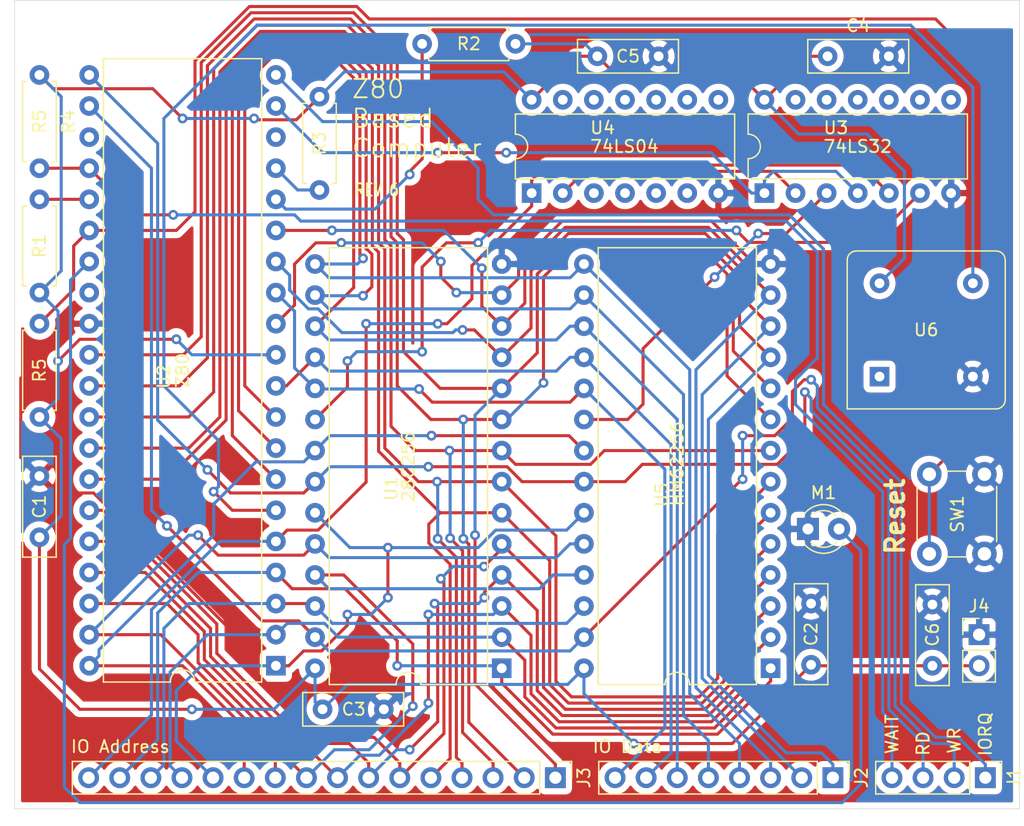
<source format=kicad_pcb>
(kicad_pcb (version 20171130) (host pcbnew 5.1.4)
  (layers (0 F.Cu signal) (31 B.Cu signal) (34 B.Paste user) (35 F.Paste user) (36 B.SilkS user) (37 F.SilkS user) (38 B.Mask user) (39 F.Mask user) (44 Edge.Cuts user))
  (net 0 "")
  (net 1 GND)
  (net 2 "Net-(D1-Pad2)")
  (net 3 IOREQ)
  (net 4 WR)
  (net 5 RD)
  (net 6 "Net-(J2-Pad1)")
  (net 7 "Net-(J2-Pad2)")
  (net 8 "Net-(J2-Pad3)")
  (net 9 "Net-(J2-Pad4)")
  (net 10 "Net-(J2-Pad5)")
  (net 11 "Net-(J2-Pad6)")
  (net 12 "Net-(J2-Pad7)")
  (net 13 "Net-(J2-Pad8)")
  (net 14 "Net-(J3-Pad1)")
  (net 15 "Net-(J3-Pad2)")
  (net 16 "Net-(J3-Pad3)")
  (net 17 "Net-(J3-Pad4)")
  (net 18 "Net-(J3-Pad5)")
  (net 19 "Net-(J3-Pad6)")
  (net 20 "Net-(J3-Pad7)")
  (net 21 "Net-(J3-Pad8)")
  (net 22 "Net-(J3-Pad9)")
  (net 23 "Net-(J3-Pad10)")
  (net 24 "Net-(J3-Pad11)")
  (net 25 "Net-(J3-Pad12)")
  (net 26 "Net-(J3-Pad13)")
  (net 27 "Net-(J3-Pad14)")
  (net 28 "Net-(J3-Pad15)")
  (net 29 A15)
  (net 30 VCC)
  (net 31 BUSREQ)
  (net 32 INT)
  (net 33 NMI)
  (net 34 WAIT)
  (net 35 "Net-(R5-Pad2)")
  (net 36 ROM_Lower)
  (net 37 "Net-(U2-Pad23)")
  (net 38 "Net-(U2-Pad6)")
  (net 39 "Net-(U2-Pad28)")
  (net 40 "Net-(U2-Pad18)")
  (net 41 MREQ)
  (net 42 "Net-(U3-Pad2)")
  (net 43 RAM_Upper)
  (net 44 "Net-(U6-Pad1)")
  (module LED_THT:LED_D3.0mm (layer F.Cu) (at 195.072 140.97)
    (fp_text reference M1 (at 1.27 -2.96) (layer F.SilkS))
    (fp_text value "LED M1")
    (pad 1 thru_hole rect (at 0 0) (size 1.8 1.8) (drill 0.9) (layers *.Cu *.Mask) (net 1 GND))
    (pad 2 thru_hole circle (at 2.54 0) (size 1.8 1.8) (drill 0.9) (layers *.Cu *.Mask) (net 2 "Net-(D1-Pad2)"))
  )
  (module Connector_PinHeader_2.54mm:PinHeader_1x04_P2.54mm_Vertical (layer F.Cu) (at 209.55 161.29 270)
    (fp_text reference J1 (at 0 -2.33 90) (layer F.SilkS))
    (fp_text value "IO Control")
    (pad 1 thru_hole rect (at 0 0 270) (size 1.7 1.7) (drill 1) (layers *.Cu *.Mask) (net 3 IOREQ))
    (pad 2 thru_hole oval (at 0 2.54 270) (size 1.7 1.7) (drill 1) (layers *.Cu *.Mask) (net 4 WR))
    (pad 3 thru_hole oval (at 0 5.08 270) (size 1.7 1.7) (drill 1) (layers *.Cu *.Mask) (net 5 RD))
    (pad 4 thru_hole oval (at 0 7.62 270) (size 1.7 1.7) (drill 1) (layers *.Cu *.Mask) (net 34 WAIT))
  )
  (module Connector_PinHeader_2.54mm:PinHeader_1x08_P2.54mm_Vertical (layer F.Cu) (at 197.104 161.29 270)
    (fp_text reference J2 (at 0 -2.33 90) (layer F.SilkS))
    (fp_text value "IO Data" (at -2.54 16.764 180) (layer F.SilkS))
    (pad 1 thru_hole rect (at 0 0 270) (size 1.7 1.7) (drill 1) (layers *.Cu *.Mask) (net 6 "Net-(J2-Pad1)"))
    (pad 2 thru_hole oval (at 0 2.54 270) (size 1.7 1.7) (drill 1) (layers *.Cu *.Mask) (net 7 "Net-(J2-Pad2)"))
    (pad 3 thru_hole oval (at 0 5.08 270) (size 1.7 1.7) (drill 1) (layers *.Cu *.Mask) (net 8 "Net-(J2-Pad3)"))
    (pad 4 thru_hole oval (at 0 7.62 270) (size 1.7 1.7) (drill 1) (layers *.Cu *.Mask) (net 9 "Net-(J2-Pad4)"))
    (pad 5 thru_hole oval (at 0 10.16 270) (size 1.7 1.7) (drill 1) (layers *.Cu *.Mask) (net 10 "Net-(J2-Pad5)"))
    (pad 6 thru_hole oval (at 0 12.7 270) (size 1.7 1.7) (drill 1) (layers *.Cu *.Mask) (net 11 "Net-(J2-Pad6)"))
    (pad 7 thru_hole oval (at 0 15.24 270) (size 1.7 1.7) (drill 1) (layers *.Cu *.Mask) (net 12 "Net-(J2-Pad7)"))
    (pad 8 thru_hole oval (at 0 17.78 270) (size 1.7 1.7) (drill 1) (layers *.Cu *.Mask) (net 13 "Net-(J2-Pad8)"))
  )
  (module Connector_PinHeader_2.54mm:PinHeader_1x16_P2.54mm_Vertical (layer F.Cu) (at 174.450999 161.29 270)
    (fp_text reference J3 (at 0 -2.33 90) (layer F.SilkS))
    (fp_text value "IO Address" (at -2.54 35.512999 180) (layer F.SilkS))
    (pad 1 thru_hole rect (at 0 0 270) (size 1.7 1.7) (drill 1) (layers *.Cu *.Mask) (net 14 "Net-(J3-Pad1)"))
    (pad 2 thru_hole oval (at 0 2.54 270) (size 1.7 1.7) (drill 1) (layers *.Cu *.Mask) (net 15 "Net-(J3-Pad2)"))
    (pad 3 thru_hole oval (at 0 5.08 270) (size 1.7 1.7) (drill 1) (layers *.Cu *.Mask) (net 16 "Net-(J3-Pad3)"))
    (pad 4 thru_hole oval (at 0 7.62 270) (size 1.7 1.7) (drill 1) (layers *.Cu *.Mask) (net 17 "Net-(J3-Pad4)"))
    (pad 5 thru_hole oval (at 0 10.16 270) (size 1.7 1.7) (drill 1) (layers *.Cu *.Mask) (net 18 "Net-(J3-Pad5)"))
    (pad 6 thru_hole oval (at 0 12.7 270) (size 1.7 1.7) (drill 1) (layers *.Cu *.Mask) (net 19 "Net-(J3-Pad6)"))
    (pad 7 thru_hole oval (at 0 15.24 270) (size 1.7 1.7) (drill 1) (layers *.Cu *.Mask) (net 20 "Net-(J3-Pad7)"))
    (pad 8 thru_hole oval (at 0 17.78 270) (size 1.7 1.7) (drill 1) (layers *.Cu *.Mask) (net 21 "Net-(J3-Pad8)"))
    (pad 9 thru_hole oval (at 0 20.32 270) (size 1.7 1.7) (drill 1) (layers *.Cu *.Mask) (net 22 "Net-(J3-Pad9)"))
    (pad 10 thru_hole oval (at 0 22.86 270) (size 1.7 1.7) (drill 1) (layers *.Cu *.Mask) (net 23 "Net-(J3-Pad10)"))
    (pad 11 thru_hole oval (at 0 25.4 270) (size 1.7 1.7) (drill 1) (layers *.Cu *.Mask) (net 24 "Net-(J3-Pad11)"))
    (pad 12 thru_hole oval (at 0 27.94 270) (size 1.7 1.7) (drill 1) (layers *.Cu *.Mask) (net 25 "Net-(J3-Pad12)"))
    (pad 13 thru_hole oval (at 0 30.48 270) (size 1.7 1.7) (drill 1) (layers *.Cu *.Mask) (net 26 "Net-(J3-Pad13)"))
    (pad 14 thru_hole oval (at 0 33.02 270) (size 1.7 1.7) (drill 1) (layers *.Cu *.Mask) (net 27 "Net-(J3-Pad14)"))
    (pad 15 thru_hole oval (at 0 35.56 270) (size 1.7 1.7) (drill 1) (layers *.Cu *.Mask) (net 28 "Net-(J3-Pad15)"))
    (pad 16 thru_hole oval (at 0 38.1 270) (size 1.7 1.7) (drill 1) (layers *.Cu *.Mask) (net 29 A15))
  )
  (module Connector_PinHeader_2.54mm:PinHeader_1x02_P2.54mm_Vertical (layer F.Cu) (at 209.042 149.606)
    (fp_text reference J4 (at 0 -2.33) (layer F.SilkS))
    (fp_text value Power)
    (pad 1 thru_hole rect (at 0 0) (size 1.7 1.7) (drill 1) (layers *.Cu *.Mask) (net 1 GND))
    (pad 2 thru_hole oval (at 0 2.54) (size 1.7 1.7) (drill 1) (layers *.Cu *.Mask) (net 30 VCC))
  )
  (module Resistor_THT:R_Axial_DIN0207_L6.3mm_D2.5mm_P7.62mm_Horizontal (layer F.Cu) (at 132.334 121.666 90)
    (fp_text reference R1 (at 3.81 0 90) (layer F.SilkS))
    (fp_text value 10k)
    (pad 1 thru_hole circle (at 0 0 90) (size 1.6 1.6) (drill 0.8) (layers *.Cu *.Mask) (net 30 VCC))
    (pad 2 thru_hole oval (at 7.62 0 90) (size 1.6 1.6) (drill 0.8) (layers *.Cu *.Mask) (net 31 BUSREQ))
  )
  (module Resistor_THT:R_Axial_DIN0207_L6.3mm_D2.5mm_P7.62mm_Horizontal (layer F.Cu) (at 171.196 101.346 180)
    (fp_text reference R2 (at 3.81 0) (layer F.SilkS))
    (fp_text value 10k)
    (pad 2 thru_hole oval (at 7.62 0 180) (size 1.6 1.6) (drill 0.8) (layers *.Cu *.Mask) (net 32 INT))
    (pad 1 thru_hole circle (at 0 0 180) (size 1.6 1.6) (drill 0.8) (layers *.Cu *.Mask) (net 30 VCC))
  )
  (module Resistor_THT:R_Axial_DIN0207_L6.3mm_D2.5mm_P7.62mm_Horizontal (layer F.Cu) (at 155.194 105.664 270)
    (fp_text reference R3 (at 3.81 0 90) (layer F.SilkS))
    (fp_text value 10k)
    (pad 1 thru_hole circle (at 0 0 270) (size 1.6 1.6) (drill 0.8) (layers *.Cu *.Mask) (net 30 VCC))
    (pad 2 thru_hole oval (at 7.62 0 270) (size 1.6 1.6) (drill 0.8) (layers *.Cu *.Mask) (net 33 NMI))
  )
  (module Resistor_THT:R_Axial_DIN0207_L6.3mm_D2.5mm_P7.62mm_Horizontal (layer F.Cu) (at 132.334 103.886 270)
    (fp_text reference R4 (at 3.81 -2.37 90) (layer F.SilkS))
    (fp_text value 10k)
    (pad 2 thru_hole oval (at 7.62 0 270) (size 1.6 1.6) (drill 0.8) (layers *.Cu *.Mask) (net 34 WAIT))
    (pad 1 thru_hole circle (at 0 0 270) (size 1.6 1.6) (drill 0.8) (layers *.Cu *.Mask) (net 30 VCC))
  )
  (module Resistor_THT:R_Axial_DIN0207_L6.3mm_D2.5mm_P7.62mm_Horizontal (layer F.Cu) (at 132.334 131.826 90)
    (fp_text reference R5 (at 24.13 0 90) (layer F.SilkS))
    (fp_text value 10k)
    (fp_text user %R (at 3.81 0 90) (layer F.SilkS))
    (pad 1 thru_hole circle (at 0 0 90) (size 1.6 1.6) (drill 0.8) (layers *.Cu *.Mask) (net 30 VCC))
    (pad 2 thru_hole oval (at 7.62 0 90) (size 1.6 1.6) (drill 0.8) (layers *.Cu *.Mask) (net 35 "Net-(R5-Pad2)"))
  )
  (module Button_Switch_THT:SW_PUSH_6mm (layer F.Cu) (at 204.978 143.002 90)
    (fp_text reference SW1 (at 3.25 2.286 90) (layer F.SilkS))
    (fp_text value SW_Push)
    (pad 2 thru_hole circle (at 0 4.5 180) (size 2 2) (drill 1.1) (layers *.Cu *.Mask) (net 1 GND))
    (pad 1 thru_hole circle (at 0 0 180) (size 2 2) (drill 1.1) (layers *.Cu *.Mask) (net 35 "Net-(R5-Pad2)"))
    (pad 2 thru_hole circle (at 6.5 4.5 180) (size 2 2) (drill 1.1) (layers *.Cu *.Mask) (net 1 GND))
    (pad 1 thru_hole circle (at 6.5 0 180) (size 2 2) (drill 1.1) (layers *.Cu *.Mask) (net 35 "Net-(R5-Pad2)"))
  )
  (module Package_DIP:DIP-28_W15.24mm (layer F.Cu) (at 170.072999 152.348999 180)
    (fp_text reference U1 (at 9.036999 14.680999 90) (layer F.SilkS))
    (fp_text value 28C256 (at 7.62 16.458999 90) (layer F.SilkS))
    (pad 1 thru_hole rect (at 0 0 180) (size 1.6 1.6) (drill 0.8) (layers *.Cu *.Mask) (net 28 "Net-(J3-Pad15)"))
    (pad 15 thru_hole oval (at 15.24 33.02 180) (size 1.6 1.6) (drill 0.8) (layers *.Cu *.Mask) (net 9 "Net-(J2-Pad4)"))
    (pad 2 thru_hole oval (at 0 2.54 180) (size 1.6 1.6) (drill 0.8) (layers *.Cu *.Mask) (net 26 "Net-(J3-Pad13)"))
    (pad 16 thru_hole oval (at 15.24 30.48 180) (size 1.6 1.6) (drill 0.8) (layers *.Cu *.Mask) (net 10 "Net-(J2-Pad5)"))
    (pad 3 thru_hole oval (at 0 5.08 180) (size 1.6 1.6) (drill 0.8) (layers *.Cu *.Mask) (net 21 "Net-(J3-Pad8)"))
    (pad 17 thru_hole oval (at 15.24 27.94 180) (size 1.6 1.6) (drill 0.8) (layers *.Cu *.Mask) (net 11 "Net-(J2-Pad6)"))
    (pad 4 thru_hole oval (at 0 7.62 180) (size 1.6 1.6) (drill 0.8) (layers *.Cu *.Mask) (net 20 "Net-(J3-Pad7)"))
    (pad 18 thru_hole oval (at 15.24 25.4 180) (size 1.6 1.6) (drill 0.8) (layers *.Cu *.Mask) (net 12 "Net-(J2-Pad7)"))
    (pad 5 thru_hole oval (at 0 10.16 180) (size 1.6 1.6) (drill 0.8) (layers *.Cu *.Mask) (net 19 "Net-(J3-Pad6)"))
    (pad 19 thru_hole oval (at 15.24 22.86 180) (size 1.6 1.6) (drill 0.8) (layers *.Cu *.Mask) (net 13 "Net-(J2-Pad8)"))
    (pad 6 thru_hole oval (at 0 12.7 180) (size 1.6 1.6) (drill 0.8) (layers *.Cu *.Mask) (net 18 "Net-(J3-Pad5)"))
    (pad 20 thru_hole oval (at 15.24 20.32 180) (size 1.6 1.6) (drill 0.8) (layers *.Cu *.Mask) (net 36 ROM_Lower))
    (pad 7 thru_hole oval (at 0 15.24 180) (size 1.6 1.6) (drill 0.8) (layers *.Cu *.Mask) (net 17 "Net-(J3-Pad4)"))
    (pad 21 thru_hole oval (at 15.24 17.78 180) (size 1.6 1.6) (drill 0.8) (layers *.Cu *.Mask) (net 24 "Net-(J3-Pad11)"))
    (pad 8 thru_hole oval (at 0 17.78 180) (size 1.6 1.6) (drill 0.8) (layers *.Cu *.Mask) (net 16 "Net-(J3-Pad3)"))
    (pad 22 thru_hole oval (at 15.24 15.24 180) (size 1.6 1.6) (drill 0.8) (layers *.Cu *.Mask) (net 5 RD))
    (pad 9 thru_hole oval (at 0 20.32 180) (size 1.6 1.6) (drill 0.8) (layers *.Cu *.Mask) (net 15 "Net-(J3-Pad2)"))
    (pad 23 thru_hole oval (at 15.24 12.7 180) (size 1.6 1.6) (drill 0.8) (layers *.Cu *.Mask) (net 25 "Net-(J3-Pad12)"))
    (pad 10 thru_hole oval (at 0 22.86 180) (size 1.6 1.6) (drill 0.8) (layers *.Cu *.Mask) (net 14 "Net-(J3-Pad1)"))
    (pad 24 thru_hole oval (at 15.24 10.16 180) (size 1.6 1.6) (drill 0.8) (layers *.Cu *.Mask) (net 23 "Net-(J3-Pad10)"))
    (pad 11 thru_hole oval (at 0 25.4 180) (size 1.6 1.6) (drill 0.8) (layers *.Cu *.Mask) (net 6 "Net-(J2-Pad1)"))
    (pad 25 thru_hole oval (at 15.24 7.62 180) (size 1.6 1.6) (drill 0.8) (layers *.Cu *.Mask) (net 22 "Net-(J3-Pad9)"))
    (pad 12 thru_hole oval (at 0 27.94 180) (size 1.6 1.6) (drill 0.8) (layers *.Cu *.Mask) (net 7 "Net-(J2-Pad2)"))
    (pad 26 thru_hole oval (at 15.24 5.08 180) (size 1.6 1.6) (drill 0.8) (layers *.Cu *.Mask) (net 27 "Net-(J3-Pad14)"))
    (pad 13 thru_hole oval (at 0 30.48 180) (size 1.6 1.6) (drill 0.8) (layers *.Cu *.Mask) (net 8 "Net-(J2-Pad3)"))
    (pad 27 thru_hole oval (at 15.24 2.54 180) (size 1.6 1.6) (drill 0.8) (layers *.Cu *.Mask) (net 4 WR))
    (pad 14 thru_hole oval (at 0 33.02 180) (size 1.6 1.6) (drill 0.8) (layers *.Cu *.Mask) (net 1 GND))
    (pad 28 thru_hole oval (at 15.24 0 180) (size 1.6 1.6) (drill 0.8) (layers *.Cu *.Mask) (net 30 VCC))
  )
  (module Package_DIP:DIP-40_W15.24mm (layer F.Cu) (at 151.638 152.146 180)
    (fp_text reference U2 (at 9.144 23.622 90) (layer F.SilkS))
    (fp_text value Z80 (at 7.62 24.13 90) (layer F.SilkS))
    (pad 1 thru_hole rect (at 0 0 180) (size 1.6 1.6) (drill 0.8) (layers *.Cu *.Mask) (net 25 "Net-(J3-Pad12)"))
    (pad 21 thru_hole oval (at 15.24 48.26 180) (size 1.6 1.6) (drill 0.8) (layers *.Cu *.Mask) (net 5 RD))
    (pad 2 thru_hole oval (at 0 2.54 180) (size 1.6 1.6) (drill 0.8) (layers *.Cu *.Mask) (net 26 "Net-(J3-Pad13)"))
    (pad 22 thru_hole oval (at 15.24 45.72 180) (size 1.6 1.6) (drill 0.8) (layers *.Cu *.Mask) (net 4 WR))
    (pad 3 thru_hole oval (at 0 5.08 180) (size 1.6 1.6) (drill 0.8) (layers *.Cu *.Mask) (net 27 "Net-(J3-Pad14)"))
    (pad 23 thru_hole oval (at 15.24 43.18 180) (size 1.6 1.6) (drill 0.8) (layers *.Cu *.Mask) (net 37 "Net-(U2-Pad23)"))
    (pad 4 thru_hole oval (at 0 7.62 180) (size 1.6 1.6) (drill 0.8) (layers *.Cu *.Mask) (net 28 "Net-(J3-Pad15)"))
    (pad 24 thru_hole oval (at 15.24 40.64 180) (size 1.6 1.6) (drill 0.8) (layers *.Cu *.Mask) (net 34 WAIT))
    (pad 5 thru_hole oval (at 0 10.16 180) (size 1.6 1.6) (drill 0.8) (layers *.Cu *.Mask) (net 29 A15))
    (pad 25 thru_hole oval (at 15.24 38.1 180) (size 1.6 1.6) (drill 0.8) (layers *.Cu *.Mask) (net 31 BUSREQ))
    (pad 6 thru_hole oval (at 0 12.7 180) (size 1.6 1.6) (drill 0.8) (layers *.Cu *.Mask) (net 38 "Net-(U2-Pad6)"))
    (pad 26 thru_hole oval (at 15.24 35.56 180) (size 1.6 1.6) (drill 0.8) (layers *.Cu *.Mask) (net 35 "Net-(R5-Pad2)"))
    (pad 7 thru_hole oval (at 0 15.24 180) (size 1.6 1.6) (drill 0.8) (layers *.Cu *.Mask) (net 10 "Net-(J2-Pad5)"))
    (pad 27 thru_hole oval (at 15.24 33.02 180) (size 1.6 1.6) (drill 0.8) (layers *.Cu *.Mask) (net 2 "Net-(D1-Pad2)"))
    (pad 8 thru_hole oval (at 0 17.78 180) (size 1.6 1.6) (drill 0.8) (layers *.Cu *.Mask) (net 9 "Net-(J2-Pad4)"))
    (pad 28 thru_hole oval (at 15.24 30.48 180) (size 1.6 1.6) (drill 0.8) (layers *.Cu *.Mask) (net 39 "Net-(U2-Pad28)"))
    (pad 9 thru_hole oval (at 0 20.32 180) (size 1.6 1.6) (drill 0.8) (layers *.Cu *.Mask) (net 11 "Net-(J2-Pad6)"))
    (pad 29 thru_hole oval (at 15.24 27.94 180) (size 1.6 1.6) (drill 0.8) (layers *.Cu *.Mask) (net 1 GND))
    (pad 10 thru_hole oval (at 0 22.86 180) (size 1.6 1.6) (drill 0.8) (layers *.Cu *.Mask) (net 12 "Net-(J2-Pad7)"))
    (pad 30 thru_hole oval (at 15.24 25.4 180) (size 1.6 1.6) (drill 0.8) (layers *.Cu *.Mask) (net 14 "Net-(J3-Pad1)"))
    (pad 11 thru_hole oval (at 0 25.4 180) (size 1.6 1.6) (drill 0.8) (layers *.Cu *.Mask) (net 30 VCC))
    (pad 31 thru_hole oval (at 15.24 22.86 180) (size 1.6 1.6) (drill 0.8) (layers *.Cu *.Mask) (net 15 "Net-(J3-Pad2)"))
    (pad 12 thru_hole oval (at 0 27.94 180) (size 1.6 1.6) (drill 0.8) (layers *.Cu *.Mask) (net 8 "Net-(J2-Pad3)"))
    (pad 32 thru_hole oval (at 15.24 20.32 180) (size 1.6 1.6) (drill 0.8) (layers *.Cu *.Mask) (net 16 "Net-(J3-Pad3)"))
    (pad 13 thru_hole oval (at 0 30.48 180) (size 1.6 1.6) (drill 0.8) (layers *.Cu *.Mask) (net 13 "Net-(J2-Pad8)"))
    (pad 33 thru_hole oval (at 15.24 17.78 180) (size 1.6 1.6) (drill 0.8) (layers *.Cu *.Mask) (net 17 "Net-(J3-Pad4)"))
    (pad 14 thru_hole oval (at 0 33.02 180) (size 1.6 1.6) (drill 0.8) (layers *.Cu *.Mask) (net 6 "Net-(J2-Pad1)"))
    (pad 34 thru_hole oval (at 15.24 15.24 180) (size 1.6 1.6) (drill 0.8) (layers *.Cu *.Mask) (net 18 "Net-(J3-Pad5)"))
    (pad 15 thru_hole oval (at 0 35.56 180) (size 1.6 1.6) (drill 0.8) (layers *.Cu *.Mask) (net 7 "Net-(J2-Pad2)"))
    (pad 35 thru_hole oval (at 15.24 12.7 180) (size 1.6 1.6) (drill 0.8) (layers *.Cu *.Mask) (net 19 "Net-(J3-Pad6)"))
    (pad 16 thru_hole oval (at 0 38.1 180) (size 1.6 1.6) (drill 0.8) (layers *.Cu *.Mask) (net 32 INT))
    (pad 36 thru_hole oval (at 15.24 10.16 180) (size 1.6 1.6) (drill 0.8) (layers *.Cu *.Mask) (net 20 "Net-(J3-Pad7)"))
    (pad 17 thru_hole oval (at 0 40.64 180) (size 1.6 1.6) (drill 0.8) (layers *.Cu *.Mask) (net 33 NMI))
    (pad 37 thru_hole oval (at 15.24 7.62 180) (size 1.6 1.6) (drill 0.8) (layers *.Cu *.Mask) (net 21 "Net-(J3-Pad8)"))
    (pad 18 thru_hole oval (at 0 43.18 180) (size 1.6 1.6) (drill 0.8) (layers *.Cu *.Mask) (net 40 "Net-(U2-Pad18)"))
    (pad 38 thru_hole oval (at 15.24 5.08 180) (size 1.6 1.6) (drill 0.8) (layers *.Cu *.Mask) (net 22 "Net-(J3-Pad9)"))
    (pad 19 thru_hole oval (at 0 45.72 180) (size 1.6 1.6) (drill 0.8) (layers *.Cu *.Mask) (net 41 MREQ))
    (pad 39 thru_hole oval (at 15.24 2.54 180) (size 1.6 1.6) (drill 0.8) (layers *.Cu *.Mask) (net 23 "Net-(J3-Pad10)"))
    (pad 20 thru_hole oval (at 0 48.26 180) (size 1.6 1.6) (drill 0.8) (layers *.Cu *.Mask) (net 3 IOREQ))
    (pad 40 thru_hole oval (at 15.24 0 180) (size 1.6 1.6) (drill 0.8) (layers *.Cu *.Mask) (net 24 "Net-(J3-Pad11)"))
  )
  (module Package_DIP:DIP-14_W7.62mm (layer F.Cu) (at 191.516 113.538 90)
    (fp_text reference U3 (at 5.334 5.842 180) (layer F.SilkS))
    (fp_text value 74LS32 (at 3.81 7.62 180) (layer F.SilkS))
    (pad 14 thru_hole oval (at 7.62 0 90) (size 1.6 1.6) (drill 0.8) (layers *.Cu *.Mask) (net 30 VCC))
    (pad 7 thru_hole oval (at 0 15.24 90) (size 1.6 1.6) (drill 0.8) (layers *.Cu *.Mask) (net 1 GND))
    (pad 13 thru_hole oval (at 7.62 2.54 90) (size 1.6 1.6) (drill 0.8) (layers *.Cu *.Mask))
    (pad 6 thru_hole oval (at 0 12.7 90) (size 1.6 1.6) (drill 0.8) (layers *.Cu *.Mask) (net 36 ROM_Lower))
    (pad 12 thru_hole oval (at 7.62 5.08 90) (size 1.6 1.6) (drill 0.8) (layers *.Cu *.Mask))
    (pad 5 thru_hole oval (at 0 10.16 90) (size 1.6 1.6) (drill 0.8) (layers *.Cu *.Mask) (net 29 A15))
    (pad 11 thru_hole oval (at 7.62 7.62 90) (size 1.6 1.6) (drill 0.8) (layers *.Cu *.Mask))
    (pad 4 thru_hole oval (at 0 7.62 90) (size 1.6 1.6) (drill 0.8) (layers *.Cu *.Mask) (net 41 MREQ))
    (pad 10 thru_hole oval (at 7.62 10.16 90) (size 1.6 1.6) (drill 0.8) (layers *.Cu *.Mask))
    (pad 3 thru_hole oval (at 0 5.08 90) (size 1.6 1.6) (drill 0.8) (layers *.Cu *.Mask) (net 43 RAM_Upper))
    (pad 9 thru_hole oval (at 7.62 12.7 90) (size 1.6 1.6) (drill 0.8) (layers *.Cu *.Mask))
    (pad 2 thru_hole oval (at 0 2.54 90) (size 1.6 1.6) (drill 0.8) (layers *.Cu *.Mask) (net 42 "Net-(U3-Pad2)"))
    (pad 8 thru_hole oval (at 7.62 15.24 90) (size 1.6 1.6) (drill 0.8) (layers *.Cu *.Mask))
    (pad 1 thru_hole rect (at 0 0 90) (size 1.6 1.6) (drill 0.8) (layers *.Cu *.Mask) (net 41 MREQ))
  )
  (module Package_DIP:DIP-14_W7.62mm (layer F.Cu) (at 172.517001 113.538 90)
    (fp_text reference U4 (at 5.334 5.790999 180) (layer F.SilkS))
    (fp_text value 74LS04 (at 3.81 7.568999 180) (layer F.SilkS))
    (pad 1 thru_hole rect (at 0 0 90) (size 1.6 1.6) (drill 0.8) (layers *.Cu *.Mask) (net 29 A15))
    (pad 8 thru_hole oval (at 7.62 15.24 90) (size 1.6 1.6) (drill 0.8) (layers *.Cu *.Mask))
    (pad 2 thru_hole oval (at 0 2.54 90) (size 1.6 1.6) (drill 0.8) (layers *.Cu *.Mask) (net 42 "Net-(U3-Pad2)"))
    (pad 9 thru_hole oval (at 7.62 12.7 90) (size 1.6 1.6) (drill 0.8) (layers *.Cu *.Mask))
    (pad 3 thru_hole oval (at 0 5.08 90) (size 1.6 1.6) (drill 0.8) (layers *.Cu *.Mask))
    (pad 10 thru_hole oval (at 7.62 10.16 90) (size 1.6 1.6) (drill 0.8) (layers *.Cu *.Mask))
    (pad 4 thru_hole oval (at 0 7.62 90) (size 1.6 1.6) (drill 0.8) (layers *.Cu *.Mask))
    (pad 11 thru_hole oval (at 7.62 7.62 90) (size 1.6 1.6) (drill 0.8) (layers *.Cu *.Mask))
    (pad 5 thru_hole oval (at 0 10.16 90) (size 1.6 1.6) (drill 0.8) (layers *.Cu *.Mask))
    (pad 12 thru_hole oval (at 7.62 5.08 90) (size 1.6 1.6) (drill 0.8) (layers *.Cu *.Mask))
    (pad 6 thru_hole oval (at 0 12.7 90) (size 1.6 1.6) (drill 0.8) (layers *.Cu *.Mask))
    (pad 13 thru_hole oval (at 7.62 2.54 90) (size 1.6 1.6) (drill 0.8) (layers *.Cu *.Mask))
    (pad 7 thru_hole oval (at 0 15.24 90) (size 1.6 1.6) (drill 0.8) (layers *.Cu *.Mask) (net 1 GND))
    (pad 14 thru_hole oval (at 7.62 0 90) (size 1.6 1.6) (drill 0.8) (layers *.Cu *.Mask) (net 30 VCC))
  )
  (module Package_DIP:DIP-28_W15.24mm (layer F.Cu) (at 192.024 152.348999 180)
    (fp_text reference U5 (at 8.89 14.172999 90) (layer F.SilkS))
    (fp_text value HM62256 (at 7.62 16.712999 90) (layer F.SilkS))
    (pad 28 thru_hole oval (at 15.24 0 180) (size 1.6 1.6) (drill 0.8) (layers *.Cu *.Mask) (net 30 VCC))
    (pad 14 thru_hole oval (at 0 33.02 180) (size 1.6 1.6) (drill 0.8) (layers *.Cu *.Mask) (net 1 GND))
    (pad 27 thru_hole oval (at 15.24 2.54 180) (size 1.6 1.6) (drill 0.8) (layers *.Cu *.Mask) (net 4 WR))
    (pad 13 thru_hole oval (at 0 30.48 180) (size 1.6 1.6) (drill 0.8) (layers *.Cu *.Mask) (net 8 "Net-(J2-Pad3)"))
    (pad 26 thru_hole oval (at 15.24 5.08 180) (size 1.6 1.6) (drill 0.8) (layers *.Cu *.Mask) (net 27 "Net-(J3-Pad14)"))
    (pad 12 thru_hole oval (at 0 27.94 180) (size 1.6 1.6) (drill 0.8) (layers *.Cu *.Mask) (net 7 "Net-(J2-Pad2)"))
    (pad 25 thru_hole oval (at 15.24 7.62 180) (size 1.6 1.6) (drill 0.8) (layers *.Cu *.Mask) (net 22 "Net-(J3-Pad9)"))
    (pad 11 thru_hole oval (at 0 25.4 180) (size 1.6 1.6) (drill 0.8) (layers *.Cu *.Mask) (net 6 "Net-(J2-Pad1)"))
    (pad 24 thru_hole oval (at 15.24 10.16 180) (size 1.6 1.6) (drill 0.8) (layers *.Cu *.Mask) (net 23 "Net-(J3-Pad10)"))
    (pad 10 thru_hole oval (at 0 22.86 180) (size 1.6 1.6) (drill 0.8) (layers *.Cu *.Mask) (net 14 "Net-(J3-Pad1)"))
    (pad 23 thru_hole oval (at 15.24 12.7 180) (size 1.6 1.6) (drill 0.8) (layers *.Cu *.Mask) (net 25 "Net-(J3-Pad12)"))
    (pad 9 thru_hole oval (at 0 20.32 180) (size 1.6 1.6) (drill 0.8) (layers *.Cu *.Mask) (net 15 "Net-(J3-Pad2)"))
    (pad 22 thru_hole oval (at 15.24 15.24 180) (size 1.6 1.6) (drill 0.8) (layers *.Cu *.Mask) (net 5 RD))
    (pad 8 thru_hole oval (at 0 17.78 180) (size 1.6 1.6) (drill 0.8) (layers *.Cu *.Mask) (net 16 "Net-(J3-Pad3)"))
    (pad 21 thru_hole oval (at 15.24 17.78 180) (size 1.6 1.6) (drill 0.8) (layers *.Cu *.Mask) (net 24 "Net-(J3-Pad11)"))
    (pad 7 thru_hole oval (at 0 15.24 180) (size 1.6 1.6) (drill 0.8) (layers *.Cu *.Mask) (net 17 "Net-(J3-Pad4)"))
    (pad 20 thru_hole oval (at 15.24 20.32 180) (size 1.6 1.6) (drill 0.8) (layers *.Cu *.Mask) (net 43 RAM_Upper))
    (pad 6 thru_hole oval (at 0 12.7 180) (size 1.6 1.6) (drill 0.8) (layers *.Cu *.Mask) (net 18 "Net-(J3-Pad5)"))
    (pad 19 thru_hole oval (at 15.24 22.86 180) (size 1.6 1.6) (drill 0.8) (layers *.Cu *.Mask) (net 13 "Net-(J2-Pad8)"))
    (pad 5 thru_hole oval (at 0 10.16 180) (size 1.6 1.6) (drill 0.8) (layers *.Cu *.Mask) (net 19 "Net-(J3-Pad6)"))
    (pad 18 thru_hole oval (at 15.24 25.4 180) (size 1.6 1.6) (drill 0.8) (layers *.Cu *.Mask) (net 12 "Net-(J2-Pad7)"))
    (pad 4 thru_hole oval (at 0 7.62 180) (size 1.6 1.6) (drill 0.8) (layers *.Cu *.Mask) (net 20 "Net-(J3-Pad7)"))
    (pad 17 thru_hole oval (at 15.24 27.94 180) (size 1.6 1.6) (drill 0.8) (layers *.Cu *.Mask) (net 11 "Net-(J2-Pad6)"))
    (pad 3 thru_hole oval (at 0 5.08 180) (size 1.6 1.6) (drill 0.8) (layers *.Cu *.Mask) (net 21 "Net-(J3-Pad8)"))
    (pad 16 thru_hole oval (at 15.24 30.48 180) (size 1.6 1.6) (drill 0.8) (layers *.Cu *.Mask) (net 10 "Net-(J2-Pad5)"))
    (pad 2 thru_hole oval (at 0 2.54 180) (size 1.6 1.6) (drill 0.8) (layers *.Cu *.Mask) (net 26 "Net-(J3-Pad13)"))
    (pad 15 thru_hole oval (at 15.24 33.02 180) (size 1.6 1.6) (drill 0.8) (layers *.Cu *.Mask) (net 9 "Net-(J2-Pad4)"))
    (pad 1 thru_hole rect (at 0 0 180) (size 1.6 1.6) (drill 0.8) (layers *.Cu *.Mask) (net 28 "Net-(J3-Pad15)"))
  )
  (module Oscillator:Oscillator_DIP-8 (layer F.Cu) (at 200.914 128.524)
    (fp_text reference U6 (at 3.81 -3.81) (layer F.SilkS))
    (fp_text value xtal_oscillator)
    (pad 1 thru_hole rect (at 0 0) (size 1.6 1.6) (drill 0.8) (layers *.Cu *.Mask) (net 44 "Net-(U6-Pad1)"))
    (pad 8 thru_hole circle (at 0 -7.62) (size 1.6 1.6) (drill 0.8) (layers *.Cu *.Mask) (net 30 VCC))
    (pad 5 thru_hole circle (at 7.62 -7.62) (size 1.6 1.6) (drill 0.8) (layers *.Cu *.Mask) (net 38 "Net-(U2-Pad6)"))
    (pad 4 thru_hole circle (at 7.62 0) (size 1.6 1.6) (drill 0.8) (layers *.Cu *.Mask) (net 1 GND))
  )
  (module Capacitor_THT:C_Disc_D8.0mm_W2.5mm_P5.00mm (layer F.Cu) (at 132.334 141.652 90)
    (fp_text reference C1 (at 2.5 0 90) (layer F.SilkS))
    (fp_text value 0.1u)
    (pad 1 thru_hole circle (at 0 0 90) (size 1.6 1.6) (drill 0.8) (layers *.Cu *.Mask) (net 30 VCC))
    (pad 2 thru_hole circle (at 5 0 90) (size 1.6 1.6) (drill 0.8) (layers *.Cu *.Mask) (net 1 GND))
  )
  (module Capacitor_THT:C_Disc_D8.0mm_W2.5mm_P5.00mm (layer F.Cu) (at 195.326 152.066 90)
    (fp_text reference C2 (at 2.5 0 90) (layer F.SilkS))
    (fp_text value 0.1u)
    (pad 2 thru_hole circle (at 5 0 90) (size 1.6 1.6) (drill 0.8) (layers *.Cu *.Mask) (net 1 GND))
    (pad 1 thru_hole circle (at 0 0 90) (size 1.6 1.6) (drill 0.8) (layers *.Cu *.Mask) (net 30 VCC))
  )
  (module Capacitor_THT:C_Disc_D8.0mm_W2.5mm_P5.00mm (layer F.Cu) (at 155.448 155.702)
    (fp_text reference C3 (at 2.54 0) (layer F.SilkS))
    (fp_text value 0.1u)
    (pad 1 thru_hole circle (at 0 0) (size 1.6 1.6) (drill 0.8) (layers *.Cu *.Mask) (net 30 VCC))
    (pad 2 thru_hole circle (at 5 0) (size 1.6 1.6) (drill 0.8) (layers *.Cu *.Mask) (net 1 GND))
  )
  (module Capacitor_THT:C_Disc_D8.0mm_W2.5mm_P5.00mm (layer F.Cu) (at 196.676 102.362)
    (fp_text reference C4 (at 2.5 -2.5) (layer F.SilkS))
    (fp_text value 0.1u)
    (pad 2 thru_hole circle (at 5 0) (size 1.6 1.6) (drill 0.8) (layers *.Cu *.Mask) (net 1 GND))
    (pad 1 thru_hole circle (at 0 0) (size 1.6 1.6) (drill 0.8) (layers *.Cu *.Mask) (net 30 VCC))
  )
  (module Capacitor_THT:C_Disc_D8.0mm_W2.5mm_P5.00mm (layer F.Cu) (at 177.88 102.362)
    (fp_text reference C5 (at 2.5 0) (layer F.SilkS))
    (fp_text value 0.1u)
    (pad 1 thru_hole circle (at 0 0) (size 1.6 1.6) (drill 0.8) (layers *.Cu *.Mask) (net 30 VCC))
    (pad 2 thru_hole circle (at 5 0) (size 1.6 1.6) (drill 0.8) (layers *.Cu *.Mask) (net 1 GND))
  )
  (module Capacitor_THT:C_Disc_D8.0mm_W2.5mm_P5.00mm (layer F.Cu) (at 205.232 152.146 90)
    (fp_text reference C6 (at 2.54 0 90) (layer F.SilkS))
    (fp_text value 10u)
    (pad 2 thru_hole circle (at 5 0 90) (size 1.6 1.6) (drill 0.8) (layers *.Cu *.Mask) (net 1 GND))
    (pad 1 thru_hole circle (at 0 0 90) (size 1.6 1.6) (drill 0.8) (layers *.Cu *.Mask) (net 30 VCC))
  )
  (gr_text "REV 6" (at 157.988 113.284) (layer F.SilkS) (effects (font (size 1 0.8)) (justify left)))
  (gr_text "Z80\nBased\nComputer" (at 157.734 107.442) (layer F.SilkS) (effects (font (size 1.5 1.5)) (justify left)))
  (gr_text IORQ (at 209.55 157.734 90) (layer F.SilkS) (effects (font (size 1 1))))
  (gr_text WR (at 207.01 158.242 90) (layer F.SilkS) (effects (font (size 1 1))))
  (gr_text RD (at 204.47 158.496 90) (layer F.SilkS) (effects (font (size 1 1))))
  (gr_text WAIT (at 201.93 157.734 90) (layer F.SilkS) (effects (font (size 1 1))))
  (gr_text Reset (at 202.184 139.954 90) (layer F.SilkS) (effects (font (size 1.5 1.5) (thickness 0.3))))
  (gr_line (start 130.302 163.83) (end 130.302 97.79) (layer Edge.Cuts) (width 0.05))
  (gr_line (start 212.344 163.83) (end 130.302 163.83) (layer Edge.Cuts) (width 0.05))
  (gr_line (start 212.344 117.348) (end 212.344 163.83) (layer Edge.Cuts) (width 0.05))
  (gr_line (start 212.344 97.79) (end 212.344 117.348) (layer Edge.Cuts) (width 0.05))
  (gr_line (start 130.302 97.79) (end 212.344 97.79) (layer Edge.Cuts) (width 0.05))
  (segment (start 132.334 136.652) (end 130.81 135.128) (width 0.25) (layer F.Cu) (net 1))
  (segment (start 135.26663 124.206) (end 136.398 124.206) (width 0.25) (layer F.Cu) (net 1))
  (segment (start 130.81 128.66263) (end 135.26663 124.206) (width 0.25) (layer F.Cu) (net 1))
  (segment (start 130.81 135.128) (end 130.81 128.66263) (width 0.25) (layer F.Cu) (net 1))
  (segment (start 154.844988 157.53799) (end 147.828 150.521002) (width 0.25) (layer F.Cu) (net 1))
  (segment (start 160.448 155.702) (end 158.61201 157.53799) (width 0.25) (layer F.Cu) (net 1))
  (segment (start 158.61201 157.53799) (end 154.844988 157.53799) (width 0.25) (layer F.Cu) (net 1))
  (segment (start 133.713001 138.031001) (end 133.133999 137.451999) (width 0.25) (layer F.Cu) (net 1))
  (segment (start 136.750781 138.031001) (end 133.713001 138.031001) (width 0.25) (layer F.Cu) (net 1))
  (segment (start 147.828 149.10822) (end 136.750781 138.031001) (width 0.25) (layer F.Cu) (net 1))
  (segment (start 133.133999 137.451999) (end 132.334 136.652) (width 0.25) (layer F.Cu) (net 1))
  (segment (start 147.828 150.521002) (end 147.828 149.10822) (width 0.25) (layer F.Cu) (net 1))
  (segment (start 134.874 120.65) (end 136.398 119.126) (width 0.25) (layer B.Cu) (net 2))
  (segment (start 134.874 141.732) (end 134.874 120.65) (width 0.25) (layer B.Cu) (net 2))
  (segment (start 134.366 142.24) (end 134.874 141.732) (width 0.25) (layer B.Cu) (net 2))
  (segment (start 197.612 140.97) (end 199.39 142.748) (width 0.25) (layer B.Cu) (net 2))
  (segment (start 199.39 161.798) (end 197.866 163.322) (width 0.25) (layer B.Cu) (net 2))
  (segment (start 199.39 142.748) (end 199.39 161.798) (width 0.25) (layer B.Cu) (net 2))
  (segment (start 197.866 163.322) (end 135.636 163.322) (width 0.25) (layer B.Cu) (net 2))
  (segment (start 134.366 162.052) (end 134.366 142.24) (width 0.25) (layer B.Cu) (net 2))
  (segment (start 135.636 163.322) (end 134.366 162.052) (width 0.25) (layer B.Cu) (net 2))
  (segment (start 155.448 107.696) (end 151.638 103.886) (width 0.25) (layer B.Cu) (net 3))
  (segment (start 164.338 107.696) (end 155.448 107.696) (width 0.25) (layer B.Cu) (net 3))
  (segment (start 168.148 111.506) (end 164.338 107.696) (width 0.25) (layer B.Cu) (net 3))
  (segment (start 207.348 157.988) (end 205.486 157.988) (width 0.25) (layer B.Cu) (net 3))
  (segment (start 209.55 161.29) (end 209.55 160.19) (width 0.25) (layer B.Cu) (net 3))
  (segment (start 205.486 157.988) (end 202.692 155.194) (width 0.25) (layer B.Cu) (net 3))
  (segment (start 202.692 155.194) (end 202.692 137.16) (width 0.25) (layer B.Cu) (net 3))
  (segment (start 202.692 137.16) (end 196.342 130.81) (width 0.25) (layer B.Cu) (net 3))
  (segment (start 209.55 160.19) (end 207.348 157.988) (width 0.25) (layer B.Cu) (net 3))
  (segment (start 169.418 115.316) (end 168.148 114.046) (width 0.25) (layer B.Cu) (net 3))
  (segment (start 196.342 130.81) (end 196.342 118.11) (width 0.25) (layer B.Cu) (net 3))
  (segment (start 193.548 115.316) (end 169.418 115.316) (width 0.25) (layer B.Cu) (net 3))
  (segment (start 196.342 118.11) (end 193.548 115.316) (width 0.25) (layer B.Cu) (net 3))
  (segment (start 168.148 114.046) (end 168.148 111.506) (width 0.25) (layer B.Cu) (net 3))
  (segment (start 155.958 150.934) (end 155.632998 150.608998) (width 0.25) (layer B.Cu) (net 4))
  (segment (start 155.632998 150.608998) (end 154.832999 149.808999) (width 0.25) (layer B.Cu) (net 4))
  (segment (start 175.658999 150.934) (end 155.958 150.934) (width 0.25) (layer B.Cu) (net 4))
  (segment (start 176.784 149.808999) (end 175.658999 150.934) (width 0.25) (layer B.Cu) (net 4))
  (segment (start 136.398 106.426) (end 141.478 111.506) (width 0.25) (layer B.Cu) (net 4))
  (via (at 142.748 140.716) (size 0.8) (drill 0.4) (layers F.Cu B.Cu) (net 4))
  (segment (start 141.478 111.506) (end 141.478 139.446) (width 0.25) (layer B.Cu) (net 4))
  (segment (start 141.478 139.446) (end 142.748 140.716) (width 0.25) (layer B.Cu) (net 4))
  (segment (start 154.033 149.009) (end 154.832999 149.808999) (width 0.25) (layer F.Cu) (net 4))
  (segment (start 153.504999 148.480999) (end 154.033 149.009) (width 0.25) (layer F.Cu) (net 4))
  (segment (start 150.512999 148.480999) (end 153.504999 148.480999) (width 0.25) (layer F.Cu) (net 4))
  (segment (start 142.748 140.716) (end 150.512999 148.480999) (width 0.25) (layer F.Cu) (net 4))
  (segment (start 207.01 159.004) (end 207.01 161.29) (width 0.25) (layer B.Cu) (net 4))
  (segment (start 206.502 158.496) (end 207.01 159.004) (width 0.25) (layer B.Cu) (net 4))
  (segment (start 205.232 158.496) (end 206.502 158.496) (width 0.25) (layer B.Cu) (net 4))
  (segment (start 202.184 155.448) (end 205.232 158.496) (width 0.25) (layer B.Cu) (net 4))
  (segment (start 195.834 131.064) (end 202.184 137.414) (width 0.25) (layer B.Cu) (net 4))
  (segment (start 202.184 137.414) (end 202.184 155.448) (width 0.25) (layer B.Cu) (net 4))
  (via (at 195.326 128.778) (size 0.8) (drill 0.4) (layers F.Cu B.Cu) (net 4))
  (segment (start 195.326 128.778) (end 195.834 129.286) (width 0.25) (layer B.Cu) (net 4))
  (segment (start 195.834 129.286) (end 195.834 131.064) (width 0.25) (layer B.Cu) (net 4))
  (segment (start 194.760315 128.778) (end 193.802 129.736315) (width 0.25) (layer F.Cu) (net 4))
  (segment (start 195.326 128.778) (end 194.760315 128.778) (width 0.25) (layer F.Cu) (net 4))
  (via (at 189.738 133.35) (size 0.8) (drill 0.4) (layers F.Cu B.Cu) (net 4))
  (segment (start 192.368001 133.35) (end 189.738 133.35) (width 0.25) (layer F.Cu) (net 4))
  (segment (start 193.802 129.736315) (end 193.802 131.916001) (width 0.25) (layer F.Cu) (net 4))
  (segment (start 193.802 131.916001) (end 192.368001 133.35) (width 0.25) (layer F.Cu) (net 4))
  (via (at 189.738 136.906) (size 0.8) (drill 0.4) (layers F.Cu B.Cu) (net 4))
  (segment (start 176.784 149.808999) (end 189.686999 136.906) (width 0.25) (layer F.Cu) (net 4))
  (segment (start 189.686999 136.906) (end 189.738 136.906) (width 0.25) (layer F.Cu) (net 4))
  (segment (start 189.738 136.906) (end 189.738 133.35) (width 0.25) (layer B.Cu) (net 4))
  (via (at 146.05 136.144) (size 0.8) (drill 0.4) (layers F.Cu B.Cu) (net 5))
  (segment (start 147.937001 138.031001) (end 146.05 136.144) (width 0.25) (layer F.Cu) (net 5))
  (segment (start 154.832999 137.108999) (end 153.910997 138.031001) (width 0.25) (layer F.Cu) (net 5))
  (segment (start 153.910997 138.031001) (end 147.937001 138.031001) (width 0.25) (layer F.Cu) (net 5))
  (segment (start 146.05 136.144) (end 141.986 132.08) (width 0.25) (layer B.Cu) (net 5))
  (segment (start 141.986 109.474) (end 136.398 103.886) (width 0.25) (layer B.Cu) (net 5))
  (segment (start 141.986 132.08) (end 141.986 109.474) (width 0.25) (layer B.Cu) (net 5))
  (segment (start 201.676 137.668) (end 195.326 131.318) (width 0.25) (layer B.Cu) (net 5))
  (segment (start 201.676 155.702) (end 201.676 137.668) (width 0.25) (layer B.Cu) (net 5))
  (segment (start 204.47 161.29) (end 204.47 158.496) (width 0.25) (layer B.Cu) (net 5))
  (segment (start 204.47 158.496) (end 201.676 155.702) (width 0.25) (layer B.Cu) (net 5))
  (via (at 194.818 129.794) (size 0.8) (drill 0.4) (layers F.Cu B.Cu) (net 5))
  (segment (start 195.326 131.318) (end 195.326 130.302) (width 0.25) (layer B.Cu) (net 5))
  (segment (start 195.326 130.302) (end 194.818 129.794) (width 0.25) (layer B.Cu) (net 5))
  (segment (start 192.564001 135.694) (end 181.552 135.694) (width 0.25) (layer F.Cu) (net 5))
  (segment (start 194.818 129.794) (end 194.818 133.440001) (width 0.25) (layer F.Cu) (net 5))
  (segment (start 194.818 133.440001) (end 192.564001 135.694) (width 0.25) (layer F.Cu) (net 5))
  (segment (start 180.137001 137.108999) (end 176.784 137.108999) (width 0.25) (layer F.Cu) (net 5))
  (segment (start 181.552 135.694) (end 180.137001 137.108999) (width 0.25) (layer F.Cu) (net 5))
  (via (at 164.084 135.89) (size 0.8) (drill 0.4) (layers F.Cu B.Cu) (net 5))
  (segment (start 170.519002 135.89) (end 164.084 135.89) (width 0.25) (layer F.Cu) (net 5))
  (segment (start 176.784 137.108999) (end 171.738001 137.108999) (width 0.25) (layer F.Cu) (net 5))
  (segment (start 171.738001 137.108999) (end 170.519002 135.89) (width 0.25) (layer F.Cu) (net 5))
  (segment (start 156.051998 135.89) (end 154.832999 137.108999) (width 0.25) (layer B.Cu) (net 5))
  (segment (start 164.084 135.89) (end 156.051998 135.89) (width 0.25) (layer B.Cu) (net 5))
  (segment (start 189.484 119.634) (end 186.69 116.84) (width 0.25) (layer F.Cu) (net 6))
  (segment (start 186.69 116.84) (end 175.514 116.84) (width 0.25) (layer F.Cu) (net 6))
  (segment (start 175.514 116.84) (end 172.466 119.888) (width 0.25) (layer F.Cu) (net 6))
  (segment (start 172.466 124.555998) (end 170.072999 126.948999) (width 0.25) (layer F.Cu) (net 6))
  (segment (start 172.466 119.888) (end 172.466 124.555998) (width 0.25) (layer F.Cu) (net 6))
  (segment (start 189.484 124.408999) (end 189.484 119.634) (width 0.25) (layer F.Cu) (net 6))
  (segment (start 192.024 126.948999) (end 189.484 124.408999) (width 0.25) (layer F.Cu) (net 6))
  (segment (start 192.024 126.948999) (end 186.944 132.028999) (width 0.25) (layer B.Cu) (net 6))
  (segment (start 186.944 132.028999) (end 186.944 152.908) (width 0.25) (layer B.Cu) (net 6))
  (segment (start 197.104 160.19) (end 197.104 161.29) (width 0.25) (layer B.Cu) (net 6))
  (segment (start 186.944 152.908) (end 193.294 159.258) (width 0.25) (layer B.Cu) (net 6))
  (segment (start 196.172 159.258) (end 197.104 160.19) (width 0.25) (layer B.Cu) (net 6))
  (segment (start 193.294 159.258) (end 196.172 159.258) (width 0.25) (layer B.Cu) (net 6))
  (via (at 166.878 124.714) (size 0.8) (drill 0.4) (layers F.Cu B.Cu) (net 6))
  (segment (start 170.072999 126.948999) (end 167.838 124.714) (width 0.25) (layer F.Cu) (net 6))
  (segment (start 167.838 124.714) (end 166.878 124.714) (width 0.25) (layer F.Cu) (net 6))
  (segment (start 152.763001 120.251001) (end 152.437999 119.925999) (width 0.25) (layer B.Cu) (net 6))
  (segment (start 152.763001 121.464003) (end 152.763001 120.251001) (width 0.25) (layer B.Cu) (net 6))
  (segment (start 154.292998 122.994) (end 152.763001 121.464003) (width 0.25) (layer B.Cu) (net 6))
  (segment (start 155.083002 122.994) (end 154.292998 122.994) (width 0.25) (layer B.Cu) (net 6))
  (segment (start 157.020003 124.931001) (end 155.083002 122.994) (width 0.25) (layer B.Cu) (net 6))
  (segment (start 152.437999 119.925999) (end 151.638 119.126) (width 0.25) (layer B.Cu) (net 6))
  (segment (start 166.095314 124.931001) (end 157.020003 124.931001) (width 0.25) (layer B.Cu) (net 6))
  (segment (start 166.312315 124.714) (end 166.095314 124.931001) (width 0.25) (layer B.Cu) (net 6))
  (segment (start 166.878 124.714) (end 166.312315 124.714) (width 0.25) (layer B.Cu) (net 6))
  (segment (start 189.992 119.38) (end 186.944 116.332) (width 0.25) (layer F.Cu) (net 7))
  (segment (start 186.944 116.332) (end 175.26 116.332) (width 0.25) (layer F.Cu) (net 7))
  (segment (start 175.26 116.332) (end 171.958 119.634) (width 0.25) (layer F.Cu) (net 7))
  (segment (start 171.958 122.523998) (end 170.072999 124.408999) (width 0.25) (layer F.Cu) (net 7))
  (segment (start 171.958 119.634) (end 171.958 122.523998) (width 0.25) (layer F.Cu) (net 7))
  (segment (start 189.992 122.376999) (end 189.992 119.38) (width 0.25) (layer F.Cu) (net 7))
  (segment (start 192.024 124.408999) (end 189.992 122.376999) (width 0.25) (layer F.Cu) (net 7))
  (segment (start 186.436 153.162) (end 194.564 161.29) (width 0.25) (layer B.Cu) (net 7))
  (segment (start 192.024 124.408999) (end 186.436 129.996999) (width 0.25) (layer B.Cu) (net 7))
  (segment (start 186.436 129.996999) (end 186.436 153.162) (width 0.25) (layer B.Cu) (net 7))
  (via (at 156.21 116.586) (size 0.8) (drill 0.4) (layers F.Cu B.Cu) (net 7))
  (segment (start 151.638 116.586) (end 156.21 116.586) (width 0.25) (layer F.Cu) (net 7))
  (via (at 168.449153 119.681153) (size 0.8) (drill 0.4) (layers F.Cu B.Cu) (net 7))
  (segment (start 156.21 116.586) (end 165.354 116.586) (width 0.25) (layer B.Cu) (net 7))
  (segment (start 165.354 116.586) (end 168.449153 119.681153) (width 0.25) (layer B.Cu) (net 7))
  (segment (start 168.449153 122.785153) (end 170.072999 124.408999) (width 0.25) (layer F.Cu) (net 7))
  (segment (start 168.449153 119.681153) (end 168.449153 122.785153) (width 0.25) (layer F.Cu) (net 7))
  (segment (start 190.5 119.126) (end 187.198 115.824) (width 0.25) (layer F.Cu) (net 8))
  (segment (start 187.198 115.824) (end 175.006 115.824) (width 0.25) (layer F.Cu) (net 8))
  (segment (start 175.006 115.824) (end 171.45 119.38) (width 0.25) (layer F.Cu) (net 8))
  (segment (start 171.45 120.491998) (end 170.072999 121.868999) (width 0.25) (layer F.Cu) (net 8))
  (segment (start 171.45 119.38) (end 171.45 120.491998) (width 0.25) (layer F.Cu) (net 8))
  (segment (start 190.5 120.344999) (end 190.5 119.126) (width 0.25) (layer F.Cu) (net 8))
  (segment (start 192.024 121.868999) (end 190.5 120.344999) (width 0.25) (layer F.Cu) (net 8))
  (segment (start 185.928 153.924) (end 192.024 160.02) (width 0.25) (layer B.Cu) (net 8))
  (segment (start 192.024 121.868999) (end 185.928 127.964999) (width 0.25) (layer B.Cu) (net 8))
  (segment (start 192.024 160.02) (end 192.024 161.29) (width 0.25) (layer B.Cu) (net 8))
  (segment (start 185.928 127.964999) (end 185.928 153.924) (width 0.25) (layer B.Cu) (net 8))
  (segment (start 151.638 124.206) (end 153.162 122.682) (width 0.25) (layer F.Cu) (net 8))
  (via (at 156.972 117.602) (size 0.8) (drill 0.4) (layers F.Cu B.Cu) (net 8))
  (segment (start 154.894996 117.602) (end 156.972 117.602) (width 0.25) (layer F.Cu) (net 8))
  (segment (start 153.162 122.682) (end 153.162 119.334996) (width 0.25) (layer F.Cu) (net 8))
  (segment (start 153.162 119.334996) (end 154.894996 117.602) (width 0.25) (layer F.Cu) (net 8))
  (segment (start 156.972 117.602) (end 163.576 117.602) (width 0.25) (layer B.Cu) (net 8))
  (via (at 165.1 119.126) (size 0.8) (drill 0.4) (layers F.Cu B.Cu) (net 8))
  (segment (start 163.576 117.602) (end 165.1 119.126) (width 0.25) (layer B.Cu) (net 8))
  (via (at 166.37 121.666) (size 0.8) (drill 0.4) (layers F.Cu B.Cu) (net 8))
  (segment (start 165.1 119.126) (end 165.1 120.396) (width 0.25) (layer F.Cu) (net 8))
  (segment (start 165.1 120.396) (end 166.37 121.666) (width 0.25) (layer F.Cu) (net 8))
  (segment (start 169.87 121.666) (end 170.072999 121.868999) (width 0.25) (layer B.Cu) (net 8))
  (segment (start 166.37 121.666) (end 169.87 121.666) (width 0.25) (layer B.Cu) (net 8))
  (segment (start 176.784 119.328999) (end 185.42 127.964999) (width 0.25) (layer B.Cu) (net 9))
  (segment (start 185.42 127.964999) (end 185.42 154.432) (width 0.25) (layer B.Cu) (net 9))
  (segment (start 189.484 158.496) (end 189.484 161.29) (width 0.25) (layer B.Cu) (net 9))
  (segment (start 185.42 154.432) (end 189.484 158.496) (width 0.25) (layer B.Cu) (net 9))
  (segment (start 155.632998 120.128998) (end 154.832999 119.328999) (width 0.25) (layer B.Cu) (net 9))
  (segment (start 155.958 120.454) (end 155.632998 120.128998) (width 0.25) (layer B.Cu) (net 9))
  (segment (start 175.658999 120.454) (end 155.958 120.454) (width 0.25) (layer B.Cu) (net 9))
  (segment (start 176.784 119.328999) (end 175.658999 120.454) (width 0.25) (layer B.Cu) (net 9))
  (segment (start 148.59 104.394) (end 151.13 101.854) (width 0.25) (layer F.Cu) (net 9))
  (segment (start 151.13 101.854) (end 156.464 101.854) (width 0.25) (layer F.Cu) (net 9))
  (segment (start 156.464 101.854) (end 158.242 103.632) (width 0.25) (layer F.Cu) (net 9))
  (segment (start 148.59 109.22) (end 148.59 104.394) (width 0.25) (layer F.Cu) (net 9))
  (segment (start 151.638 134.366) (end 148.59 131.318) (width 0.25) (layer F.Cu) (net 9))
  (segment (start 148.59 131.318) (end 148.59 109.22) (width 0.25) (layer F.Cu) (net 9))
  (segment (start 158.242 103.632) (end 158.496 103.886) (width 0.25) (layer F.Cu) (net 9))
  (segment (start 158.496 103.886) (end 158.496 118.618) (width 0.25) (layer F.Cu) (net 9))
  (via (at 158.75 118.872) (size 0.8) (drill 0.4) (layers F.Cu B.Cu) (net 9))
  (segment (start 158.496 118.618) (end 158.75 118.872) (width 0.25) (layer F.Cu) (net 9))
  (segment (start 158.293001 119.328999) (end 154.832999 119.328999) (width 0.25) (layer B.Cu) (net 9))
  (segment (start 158.75 118.872) (end 158.293001 119.328999) (width 0.25) (layer B.Cu) (net 9))
  (segment (start 176.784 121.868999) (end 184.912 129.996999) (width 0.25) (layer B.Cu) (net 10))
  (segment (start 186.944 158.242) (end 186.944 161.29) (width 0.25) (layer B.Cu) (net 10))
  (segment (start 184.912 156.21) (end 186.944 158.242) (width 0.25) (layer B.Cu) (net 10))
  (segment (start 184.912 129.996999) (end 184.912 156.21) (width 0.25) (layer B.Cu) (net 10))
  (segment (start 155.958 122.994) (end 155.632998 122.668998) (width 0.25) (layer B.Cu) (net 10))
  (segment (start 155.632998 122.668998) (end 154.832999 121.868999) (width 0.25) (layer B.Cu) (net 10))
  (segment (start 175.658999 122.994) (end 155.958 122.994) (width 0.25) (layer B.Cu) (net 10))
  (segment (start 176.784 121.868999) (end 175.658999 122.994) (width 0.25) (layer B.Cu) (net 10))
  (via (at 158.75 121.92) (size 0.8) (drill 0.4) (layers F.Cu B.Cu) (net 10))
  (segment (start 159.004 118.11) (end 159.061002 118.11) (width 0.25) (layer F.Cu) (net 10))
  (segment (start 159.004 103.632) (end 159.004 118.11) (width 0.25) (layer F.Cu) (net 10))
  (segment (start 148.082 133.35) (end 148.082 104.14) (width 0.25) (layer F.Cu) (net 10))
  (segment (start 159.061002 118.11) (end 159.475001 118.523999) (width 0.25) (layer F.Cu) (net 10))
  (segment (start 151.638 136.906) (end 148.082 133.35) (width 0.25) (layer F.Cu) (net 10))
  (segment (start 159.475001 121.194999) (end 158.75 121.92) (width 0.25) (layer F.Cu) (net 10))
  (segment (start 159.475001 118.523999) (end 159.475001 121.194999) (width 0.25) (layer F.Cu) (net 10))
  (segment (start 156.718 101.346) (end 159.004 103.632) (width 0.25) (layer F.Cu) (net 10))
  (segment (start 148.082 104.14) (end 150.876 101.346) (width 0.25) (layer F.Cu) (net 10))
  (segment (start 150.876 101.346) (end 156.718 101.346) (width 0.25) (layer F.Cu) (net 10))
  (segment (start 154.884 121.92) (end 154.832999 121.868999) (width 0.25) (layer B.Cu) (net 10))
  (segment (start 158.75 121.92) (end 154.884 121.92) (width 0.25) (layer B.Cu) (net 10))
  (segment (start 176.784 124.408999) (end 184.404 132.028999) (width 0.25) (layer B.Cu) (net 11))
  (segment (start 184.404 132.028999) (end 184.404 161.29) (width 0.25) (layer B.Cu) (net 11))
  (segment (start 155.632998 125.208998) (end 154.832999 124.408999) (width 0.25) (layer B.Cu) (net 11))
  (segment (start 174.527629 125.534) (end 155.958 125.534) (width 0.25) (layer B.Cu) (net 11))
  (segment (start 155.958 125.534) (end 155.632998 125.208998) (width 0.25) (layer B.Cu) (net 11))
  (segment (start 175.65263 124.408999) (end 174.527629 125.534) (width 0.25) (layer B.Cu) (net 11))
  (segment (start 176.784 124.408999) (end 175.65263 124.408999) (width 0.25) (layer B.Cu) (net 11))
  (segment (start 151.384 102.362) (end 156.21 102.362) (width 0.25) (layer F.Cu) (net 11))
  (segment (start 149.098 104.648) (end 151.384 102.362) (width 0.25) (layer F.Cu) (net 11))
  (segment (start 156.21 102.362) (end 157.988 104.14) (width 0.25) (layer F.Cu) (net 11))
  (segment (start 149.098 129.286) (end 149.098 104.648) (width 0.25) (layer F.Cu) (net 11))
  (segment (start 151.638 131.826) (end 149.098 129.286) (width 0.25) (layer F.Cu) (net 11))
  (segment (start 157.988 121.253998) (end 154.832999 124.408999) (width 0.25) (layer F.Cu) (net 11))
  (segment (start 157.988 104.14) (end 157.988 121.253998) (width 0.25) (layer F.Cu) (net 11))
  (segment (start 176.784 126.948999) (end 183.896 134.060999) (width 0.25) (layer B.Cu) (net 12))
  (segment (start 183.896 159.258) (end 181.864 161.29) (width 0.25) (layer B.Cu) (net 12))
  (segment (start 183.896 134.060999) (end 183.896 159.258) (width 0.25) (layer B.Cu) (net 12))
  (segment (start 152.495998 129.286) (end 151.638 129.286) (width 0.25) (layer F.Cu) (net 12))
  (segment (start 154.832999 126.948999) (end 152.495998 129.286) (width 0.25) (layer F.Cu) (net 12))
  (segment (start 155.632998 127.748998) (end 154.832999 126.948999) (width 0.25) (layer B.Cu) (net 12))
  (segment (start 174.527629 128.074) (end 155.958 128.074) (width 0.25) (layer B.Cu) (net 12))
  (segment (start 155.958 128.074) (end 155.632998 127.748998) (width 0.25) (layer B.Cu) (net 12))
  (segment (start 175.65263 126.948999) (end 174.527629 128.074) (width 0.25) (layer B.Cu) (net 12))
  (segment (start 176.784 126.948999) (end 175.65263 126.948999) (width 0.25) (layer B.Cu) (net 12))
  (segment (start 176.784 129.488999) (end 183.388 136.092999) (width 0.25) (layer B.Cu) (net 13))
  (segment (start 183.388 157.226) (end 179.324 161.29) (width 0.25) (layer B.Cu) (net 13))
  (segment (start 183.388 136.092999) (end 183.388 157.226) (width 0.25) (layer B.Cu) (net 13))
  (segment (start 151.638 121.666) (end 153.162 123.19) (width 0.25) (layer B.Cu) (net 13))
  (segment (start 153.162 127.818) (end 154.832999 129.488999) (width 0.25) (layer B.Cu) (net 13))
  (segment (start 153.162 123.19) (end 153.162 127.818) (width 0.25) (layer B.Cu) (net 13))
  (via (at 163.322 129.54) (size 0.8) (drill 0.4) (layers F.Cu B.Cu) (net 13))
  (segment (start 164.396 130.614) (end 163.322 129.54) (width 0.25) (layer F.Cu) (net 13))
  (segment (start 176.784 129.488999) (end 175.658999 130.614) (width 0.25) (layer F.Cu) (net 13))
  (segment (start 175.658999 130.614) (end 164.396 130.614) (width 0.25) (layer F.Cu) (net 13))
  (segment (start 154.884 129.54) (end 154.832999 129.488999) (width 0.25) (layer B.Cu) (net 13))
  (segment (start 163.322 129.54) (end 154.884 129.54) (width 0.25) (layer B.Cu) (net 13))
  (segment (start 186.436 117.348) (end 175.768 117.348) (width 0.25) (layer F.Cu) (net 14))
  (segment (start 175.768 117.348) (end 172.974 120.142) (width 0.25) (layer F.Cu) (net 14))
  (segment (start 188.976 119.888) (end 186.436 117.348) (width 0.25) (layer F.Cu) (net 14))
  (segment (start 172.974 126.587998) (end 170.072999 129.488999) (width 0.25) (layer F.Cu) (net 14))
  (segment (start 172.974 120.142) (end 172.974 126.587998) (width 0.25) (layer F.Cu) (net 14))
  (segment (start 188.976 126.440999) (end 188.976 119.888) (width 0.25) (layer F.Cu) (net 14))
  (segment (start 192.024 129.488999) (end 188.976 126.440999) (width 0.25) (layer F.Cu) (net 14))
  (segment (start 162.052 117.348) (end 162.052 126.492) (width 0.25) (layer F.Cu) (net 14))
  (segment (start 161.544 116.84) (end 162.052 117.348) (width 0.25) (layer F.Cu) (net 14))
  (segment (start 162.052 126.492) (end 165.048999 129.488999) (width 0.25) (layer F.Cu) (net 14))
  (segment (start 161.544 102.362) (end 161.544 116.84) (width 0.25) (layer F.Cu) (net 14))
  (segment (start 157.988 98.806) (end 161.544 102.362) (width 0.25) (layer F.Cu) (net 14))
  (segment (start 144.07599 126.746) (end 145.542 125.27999) (width 0.25) (layer F.Cu) (net 14))
  (segment (start 149.606 98.806) (end 157.988 98.806) (width 0.25) (layer F.Cu) (net 14))
  (segment (start 136.398 126.746) (end 144.07599 126.746) (width 0.25) (layer F.Cu) (net 14))
  (segment (start 165.048999 129.488999) (end 170.072999 129.488999) (width 0.25) (layer F.Cu) (net 14))
  (segment (start 145.542 125.27999) (end 145.542 102.87) (width 0.25) (layer F.Cu) (net 14))
  (segment (start 145.542 102.87) (end 149.606 98.806) (width 0.25) (layer F.Cu) (net 14))
  (segment (start 167.894 131.667998) (end 170.072999 129.488999) (width 0.25) (layer B.Cu) (net 14))
  (segment (start 167.894 141.478) (end 167.894 153.633001) (width 0.25) (layer F.Cu) (net 14))
  (segment (start 174.450999 160.19) (end 174.450999 161.29) (width 0.25) (layer F.Cu) (net 14))
  (segment (start 167.894 141.478) (end 167.894 131.667998) (width 0.25) (layer B.Cu) (net 14))
  (via (at 167.894 141.478) (size 0.8) (drill 0.4) (layers F.Cu B.Cu) (net 14))
  (segment (start 167.894 153.633001) (end 174.450999 160.19) (width 0.25) (layer F.Cu) (net 14))
  (segment (start 146.05 103.378) (end 146.05 103.124) (width 0.25) (layer F.Cu) (net 15))
  (segment (start 146.05 127) (end 146.05 117.856) (width 0.25) (layer F.Cu) (net 15))
  (segment (start 146.05 117.856) (end 146.05 103.124) (width 0.25) (layer F.Cu) (net 15))
  (segment (start 136.398 129.286) (end 143.764 129.286) (width 0.25) (layer F.Cu) (net 15))
  (segment (start 143.764 129.286) (end 146.05 127) (width 0.25) (layer F.Cu) (net 15))
  (segment (start 161.544 117.602) (end 161.544 129.286) (width 0.25) (layer F.Cu) (net 15))
  (segment (start 149.86 99.314) (end 157.734 99.314) (width 0.25) (layer F.Cu) (net 15))
  (segment (start 146.05 103.124) (end 149.86 99.314) (width 0.25) (layer F.Cu) (net 15))
  (segment (start 157.734 99.314) (end 161.036 102.616) (width 0.25) (layer F.Cu) (net 15))
  (segment (start 161.036 102.616) (end 161.036 117.094) (width 0.25) (layer F.Cu) (net 15))
  (segment (start 161.036 117.094) (end 161.544 117.602) (width 0.25) (layer F.Cu) (net 15))
  (segment (start 164.286999 132.028999) (end 163.957 131.699) (width 0.25) (layer F.Cu) (net 15))
  (segment (start 161.544 129.286) (end 163.957 131.699) (width 0.25) (layer F.Cu) (net 15))
  (segment (start 163.957 131.699) (end 164.084 131.826) (width 0.25) (layer F.Cu) (net 15))
  (segment (start 171.910999 161.29) (end 167.386 156.765001) (width 0.25) (layer F.Cu) (net 15))
  (segment (start 167.386 156.765001) (end 167.386 148.082) (width 0.25) (layer F.Cu) (net 15))
  (via (at 166.937276 141.769) (size 0.8) (drill 0.4) (layers F.Cu B.Cu) (net 15))
  (segment (start 167.386 148.082) (end 167.386 142.217724) (width 0.25) (layer F.Cu) (net 15))
  (segment (start 167.386 142.217724) (end 166.937276 141.769) (width 0.25) (layer F.Cu) (net 15))
  (via (at 166.929001 132.028999) (size 0.8) (drill 0.4) (layers F.Cu B.Cu) (net 15))
  (segment (start 166.937276 132.037274) (end 166.929001 132.028999) (width 0.25) (layer B.Cu) (net 15))
  (segment (start 166.937276 141.769) (end 166.937276 132.037274) (width 0.25) (layer B.Cu) (net 15))
  (segment (start 170.072999 132.028999) (end 166.929001 132.028999) (width 0.25) (layer F.Cu) (net 15))
  (segment (start 166.929001 132.028999) (end 164.286999 132.028999) (width 0.25) (layer F.Cu) (net 15))
  (segment (start 173.482 120.396) (end 173.482 128.619998) (width 0.25) (layer F.Cu) (net 15))
  (segment (start 188.468 128.472999) (end 188.468 120.142) (width 0.25) (layer F.Cu) (net 15))
  (segment (start 188.468 120.142) (end 186.182 117.856) (width 0.25) (layer F.Cu) (net 15))
  (segment (start 186.182 117.856) (end 176.022 117.856) (width 0.25) (layer F.Cu) (net 15))
  (segment (start 192.024 132.028999) (end 188.468 128.472999) (width 0.25) (layer F.Cu) (net 15))
  (segment (start 176.022 117.856) (end 173.482 120.396) (width 0.25) (layer F.Cu) (net 15))
  (via (at 173.482 129.032) (size 0.8) (drill 0.4) (layers F.Cu B.Cu) (net 15))
  (segment (start 173.482 128.619998) (end 173.482 129.032) (width 0.25) (layer F.Cu) (net 15))
  (segment (start 170.485001 132.028999) (end 170.072999 132.028999) (width 0.25) (layer B.Cu) (net 15))
  (segment (start 173.482 129.032) (end 170.485001 132.028999) (width 0.25) (layer B.Cu) (net 15))
  (segment (start 146.558 103.50359) (end 146.558 103.378) (width 0.25) (layer F.Cu) (net 16))
  (segment (start 136.398 131.826) (end 144.526 131.826) (width 0.25) (layer F.Cu) (net 16))
  (segment (start 146.558 107.95) (end 146.558 103.378) (width 0.25) (layer F.Cu) (net 16))
  (segment (start 146.558 129.794) (end 146.558 107.95) (width 0.25) (layer F.Cu) (net 16))
  (segment (start 144.526 131.826) (end 146.558 129.794) (width 0.25) (layer F.Cu) (net 16))
  (segment (start 161.036 132.588) (end 163.016999 134.568999) (width 0.25) (layer F.Cu) (net 16))
  (segment (start 161.036 117.856) (end 161.036 132.588) (width 0.25) (layer F.Cu) (net 16))
  (segment (start 160.528 117.348) (end 161.036 117.856) (width 0.25) (layer F.Cu) (net 16))
  (segment (start 157.48 99.822) (end 160.528 102.87) (width 0.25) (layer F.Cu) (net 16))
  (segment (start 150.114 99.822) (end 157.48 99.822) (width 0.25) (layer F.Cu) (net 16))
  (segment (start 146.558 103.378) (end 150.114 99.822) (width 0.25) (layer F.Cu) (net 16))
  (segment (start 160.528 102.87) (end 160.528 117.348) (width 0.25) (layer F.Cu) (net 16))
  (segment (start 192.024 134.568999) (end 178.449002 134.568999) (width 0.25) (layer F.Cu) (net 16))
  (segment (start 171.198 135.694) (end 170.872998 135.368998) (width 0.25) (layer F.Cu) (net 16))
  (segment (start 178.449002 134.568999) (end 177.324001 135.694) (width 0.25) (layer F.Cu) (net 16))
  (segment (start 177.324001 135.694) (end 171.198 135.694) (width 0.25) (layer F.Cu) (net 16))
  (segment (start 170.872998 135.368998) (end 170.072999 134.568999) (width 0.25) (layer F.Cu) (net 16))
  (segment (start 169.370999 160.087919) (end 166.878 157.59492) (width 0.25) (layer F.Cu) (net 16))
  (segment (start 169.370999 161.29) (end 169.370999 160.087919) (width 0.25) (layer F.Cu) (net 16))
  (via (at 165.862 141.732) (size 0.8) (drill 0.4) (layers F.Cu B.Cu) (net 16))
  (segment (start 166.878 157.59492) (end 166.878 142.748) (width 0.25) (layer F.Cu) (net 16))
  (segment (start 166.878 142.748) (end 165.862 141.732) (width 0.25) (layer F.Cu) (net 16))
  (segment (start 165.862 134.62) (end 165.810999 134.568999) (width 0.25) (layer B.Cu) (net 16))
  (segment (start 165.862 141.732) (end 165.862 134.62) (width 0.25) (layer B.Cu) (net 16))
  (via (at 165.810999 134.568999) (size 0.8) (drill 0.4) (layers F.Cu B.Cu) (net 16))
  (segment (start 163.016999 134.568999) (end 165.810999 134.568999) (width 0.25) (layer F.Cu) (net 16))
  (segment (start 165.810999 134.568999) (end 170.072999 134.568999) (width 0.25) (layer F.Cu) (net 16))
  (segment (start 192.024 137.108999) (end 187.706 141.426999) (width 0.25) (layer F.Cu) (net 17))
  (segment (start 187.706 141.426999) (end 187.706 153.162) (width 0.25) (layer F.Cu) (net 17))
  (segment (start 187.706 153.162) (end 186.182 154.686) (width 0.25) (layer F.Cu) (net 17))
  (segment (start 186.182 154.686) (end 175.768 154.686) (width 0.25) (layer F.Cu) (net 17))
  (segment (start 175.768 154.686) (end 174.498 153.416) (width 0.25) (layer F.Cu) (net 17))
  (segment (start 174.498 141.534) (end 170.072999 137.108999) (width 0.25) (layer F.Cu) (net 17))
  (segment (start 174.498 153.416) (end 174.498 141.534) (width 0.25) (layer F.Cu) (net 17))
  (segment (start 160.528 134.366) (end 163.270999 137.108999) (width 0.25) (layer F.Cu) (net 17))
  (segment (start 160.02 117.602) (end 160.528 118.11) (width 0.25) (layer F.Cu) (net 17))
  (segment (start 160.528 118.11) (end 160.528 134.366) (width 0.25) (layer F.Cu) (net 17))
  (segment (start 157.226 100.33) (end 160.02 103.124) (width 0.25) (layer F.Cu) (net 17))
  (segment (start 147.066 131.826) (end 147.066 103.632) (width 0.25) (layer F.Cu) (net 17))
  (segment (start 144.526 134.366) (end 147.066 131.826) (width 0.25) (layer F.Cu) (net 17))
  (segment (start 136.398 134.366) (end 144.526 134.366) (width 0.25) (layer F.Cu) (net 17))
  (segment (start 160.02 103.124) (end 160.02 117.602) (width 0.25) (layer F.Cu) (net 17))
  (segment (start 147.066 103.632) (end 150.368 100.33) (width 0.25) (layer F.Cu) (net 17))
  (segment (start 150.368 100.33) (end 157.226 100.33) (width 0.25) (layer F.Cu) (net 17))
  (segment (start 166.830999 160.087919) (end 166.37 159.62692) (width 0.25) (layer F.Cu) (net 17))
  (segment (start 166.830999 161.29) (end 166.830999 160.087919) (width 0.25) (layer F.Cu) (net 17))
  (via (at 164.846 141.769) (size 0.8) (drill 0.4) (layers F.Cu B.Cu) (net 17))
  (segment (start 166.37 159.62692) (end 166.37 143.293) (width 0.25) (layer F.Cu) (net 17))
  (segment (start 166.37 143.293) (end 164.846 141.769) (width 0.25) (layer F.Cu) (net 17))
  (via (at 164.794999 137.108999) (size 0.8) (drill 0.4) (layers F.Cu B.Cu) (net 17))
  (segment (start 164.846 141.769) (end 164.846 137.16) (width 0.25) (layer B.Cu) (net 17))
  (segment (start 163.270999 137.108999) (end 164.794999 137.108999) (width 0.25) (layer F.Cu) (net 17))
  (segment (start 164.846 137.16) (end 164.794999 137.108999) (width 0.25) (layer B.Cu) (net 17))
  (segment (start 164.794999 137.108999) (end 170.072999 137.108999) (width 0.25) (layer F.Cu) (net 17))
  (segment (start 192.024 139.648999) (end 188.214 143.458999) (width 0.25) (layer F.Cu) (net 18))
  (segment (start 188.214 143.458999) (end 188.214 153.416) (width 0.25) (layer F.Cu) (net 18))
  (segment (start 188.214 153.416) (end 186.436 155.194) (width 0.25) (layer F.Cu) (net 18))
  (segment (start 186.436 155.194) (end 175.514 155.194) (width 0.25) (layer F.Cu) (net 18))
  (segment (start 175.514 155.194) (end 173.99 153.67) (width 0.25) (layer F.Cu) (net 18))
  (segment (start 173.99 143.566) (end 170.072999 139.648999) (width 0.25) (layer F.Cu) (net 18))
  (segment (start 173.99 153.67) (end 173.99 143.566) (width 0.25) (layer F.Cu) (net 18))
  (segment (start 159.512 117.856) (end 160.02 118.364) (width 0.25) (layer F.Cu) (net 18))
  (segment (start 156.972 100.838) (end 159.512 103.378) (width 0.25) (layer F.Cu) (net 18))
  (segment (start 142.748 136.906) (end 147.574 132.08) (width 0.25) (layer F.Cu) (net 18))
  (segment (start 165.048999 139.648999) (end 170.072999 139.648999) (width 0.25) (layer F.Cu) (net 18))
  (segment (start 160.02 134.62) (end 165.048999 139.648999) (width 0.25) (layer F.Cu) (net 18))
  (segment (start 160.02 118.364) (end 160.02 134.62) (width 0.25) (layer F.Cu) (net 18))
  (segment (start 147.574 132.08) (end 147.574 103.886) (width 0.25) (layer F.Cu) (net 18))
  (segment (start 159.512 103.378) (end 159.512 117.856) (width 0.25) (layer F.Cu) (net 18))
  (segment (start 150.622 100.838) (end 156.972 100.838) (width 0.25) (layer F.Cu) (net 18))
  (segment (start 136.398 136.906) (end 142.748 136.906) (width 0.25) (layer F.Cu) (net 18))
  (segment (start 147.574 103.886) (end 150.622 100.838) (width 0.25) (layer F.Cu) (net 18))
  (segment (start 164.120999 140.576999) (end 165.048999 139.648999) (width 0.25) (layer F.Cu) (net 18))
  (segment (start 164.120999 142.117001) (end 164.120999 140.576999) (width 0.25) (layer F.Cu) (net 18))
  (segment (start 165.862 159.718999) (end 165.862 143.858002) (width 0.25) (layer F.Cu) (net 18))
  (segment (start 165.862 143.858002) (end 164.120999 142.117001) (width 0.25) (layer F.Cu) (net 18))
  (segment (start 164.290999 161.29) (end 165.862 159.718999) (width 0.25) (layer F.Cu) (net 18))
  (segment (start 173.482 145.598) (end 170.072999 142.188999) (width 0.25) (layer F.Cu) (net 19))
  (segment (start 188.722 145.490999) (end 188.722 153.67) (width 0.25) (layer F.Cu) (net 19))
  (segment (start 192.024 142.188999) (end 188.722 145.490999) (width 0.25) (layer F.Cu) (net 19))
  (segment (start 188.722 153.67) (end 186.69 155.702) (width 0.25) (layer F.Cu) (net 19))
  (segment (start 173.482 153.924) (end 173.482 145.598) (width 0.25) (layer F.Cu) (net 19))
  (segment (start 186.69 155.702) (end 175.26 155.702) (width 0.25) (layer F.Cu) (net 19))
  (segment (start 175.26 155.702) (end 173.482 153.924) (width 0.25) (layer F.Cu) (net 19))
  (segment (start 137.52937 139.446) (end 146.812 148.72863) (width 0.25) (layer F.Cu) (net 19))
  (segment (start 136.398 139.446) (end 137.52937 139.446) (width 0.25) (layer F.Cu) (net 19))
  (segment (start 161.750999 160.087919) (end 159.65108 157.988) (width 0.25) (layer F.Cu) (net 19))
  (segment (start 161.750999 161.29) (end 161.750999 160.087919) (width 0.25) (layer F.Cu) (net 19))
  (segment (start 159.65108 157.988) (end 153.67 157.988) (width 0.25) (layer F.Cu) (net 19))
  (segment (start 146.812 151.13) (end 146.812 148.72863) (width 0.25) (layer F.Cu) (net 19))
  (segment (start 153.67 157.988) (end 146.812 151.13) (width 0.25) (layer F.Cu) (net 19))
  (segment (start 161.750999 161.29) (end 165.354 157.686999) (width 0.25) (layer F.Cu) (net 19))
  (segment (start 165.354 157.686999) (end 165.354 155.448) (width 0.25) (layer F.Cu) (net 19))
  (segment (start 165.354 155.448) (end 165.354 145.288) (width 0.25) (layer F.Cu) (net 19))
  (via (at 165.1 145.034) (size 0.8) (drill 0.4) (layers F.Cu B.Cu) (net 19))
  (segment (start 165.354 145.288) (end 165.1 145.034) (width 0.25) (layer F.Cu) (net 19))
  (via (at 168.619 144.039) (size 0.8) (drill 0.4) (layers F.Cu B.Cu) (net 19))
  (segment (start 165.1 145.034) (end 166.095 144.039) (width 0.25) (layer B.Cu) (net 19))
  (segment (start 166.095 144.039) (end 168.619 144.039) (width 0.25) (layer B.Cu) (net 19))
  (segment (start 170.072999 142.585001) (end 168.619 144.039) (width 0.25) (layer F.Cu) (net 19))
  (segment (start 170.072999 142.188999) (end 170.072999 142.585001) (width 0.25) (layer F.Cu) (net 19))
  (segment (start 172.974 147.63) (end 170.072999 144.728999) (width 0.25) (layer F.Cu) (net 20))
  (segment (start 172.974 154.178) (end 172.974 147.63) (width 0.25) (layer F.Cu) (net 20))
  (segment (start 189.23 147.522999) (end 189.23 153.924) (width 0.25) (layer F.Cu) (net 20))
  (segment (start 186.944 156.21) (end 175.006 156.21) (width 0.25) (layer F.Cu) (net 20))
  (segment (start 192.024 144.728999) (end 189.23 147.522999) (width 0.25) (layer F.Cu) (net 20))
  (segment (start 189.23 153.924) (end 186.944 156.21) (width 0.25) (layer F.Cu) (net 20))
  (segment (start 175.006 156.21) (end 172.974 154.178) (width 0.25) (layer F.Cu) (net 20))
  (segment (start 139.192 141.986) (end 136.398 141.986) (width 0.25) (layer F.Cu) (net 20))
  (segment (start 146.304 149.098) (end 139.192 141.986) (width 0.25) (layer F.Cu) (net 20))
  (segment (start 159.210999 160.087919) (end 157.61908 158.496) (width 0.25) (layer F.Cu) (net 20))
  (segment (start 157.61908 158.496) (end 153.416 158.496) (width 0.25) (layer F.Cu) (net 20))
  (segment (start 153.416 158.496) (end 146.304 151.384) (width 0.25) (layer F.Cu) (net 20))
  (segment (start 159.210999 161.29) (end 159.210999 160.087919) (width 0.25) (layer F.Cu) (net 20))
  (segment (start 146.304 151.384) (end 146.304 149.098) (width 0.25) (layer F.Cu) (net 20))
  (via (at 162.56 159.004) (size 0.8) (drill 0.4) (layers F.Cu B.Cu) (net 20))
  (segment (start 159.210999 161.29) (end 161.496999 159.004) (width 0.25) (layer B.Cu) (net 20))
  (segment (start 161.496999 159.004) (end 162.56 159.004) (width 0.25) (layer B.Cu) (net 20))
  (segment (start 162.56 159.004) (end 164.846 156.718) (width 0.25) (layer F.Cu) (net 20))
  (via (at 164.592 147.066) (size 0.8) (drill 0.4) (layers F.Cu B.Cu) (net 20))
  (segment (start 164.846 156.718) (end 164.846 147.32) (width 0.25) (layer F.Cu) (net 20))
  (segment (start 164.846 147.32) (end 164.592 147.066) (width 0.25) (layer F.Cu) (net 20))
  (via (at 168.656 146.579) (size 0.8) (drill 0.4) (layers F.Cu B.Cu) (net 20))
  (segment (start 164.592 147.066) (end 168.169 147.066) (width 0.25) (layer B.Cu) (net 20))
  (segment (start 168.169 147.066) (end 168.656 146.579) (width 0.25) (layer B.Cu) (net 20))
  (segment (start 168.656 146.145998) (end 170.072999 144.728999) (width 0.25) (layer F.Cu) (net 20))
  (segment (start 168.656 146.579) (end 168.656 146.145998) (width 0.25) (layer F.Cu) (net 20))
  (segment (start 192.024 147.268999) (end 189.738 149.554999) (width 0.25) (layer F.Cu) (net 21))
  (segment (start 189.738 149.554999) (end 189.738 154.178) (width 0.25) (layer F.Cu) (net 21))
  (segment (start 189.738 154.178) (end 187.198 156.718) (width 0.25) (layer F.Cu) (net 21))
  (segment (start 187.198 156.718) (end 174.752 156.718) (width 0.25) (layer F.Cu) (net 21))
  (segment (start 174.752 156.718) (end 172.466 154.432) (width 0.25) (layer F.Cu) (net 21))
  (segment (start 172.466 149.662) (end 170.072999 147.268999) (width 0.25) (layer F.Cu) (net 21))
  (segment (start 172.466 154.432) (end 172.466 149.662) (width 0.25) (layer F.Cu) (net 21))
  (segment (start 156.670999 161.29) (end 154.384999 159.004) (width 0.25) (layer F.Cu) (net 21))
  (segment (start 154.384999 159.004) (end 153.162 159.004) (width 0.25) (layer F.Cu) (net 21))
  (segment (start 153.162 159.004) (end 145.796 151.638) (width 0.25) (layer F.Cu) (net 21))
  (segment (start 145.796 151.638) (end 145.796 149.352) (width 0.25) (layer F.Cu) (net 21))
  (segment (start 140.97 144.526) (end 136.398 144.526) (width 0.25) (layer F.Cu) (net 21))
  (segment (start 145.796 149.352) (end 140.97 144.526) (width 0.25) (layer F.Cu) (net 21))
  (segment (start 158.506989 159.45401) (end 159.82399 159.45401) (width 0.25) (layer B.Cu) (net 21))
  (segment (start 156.670999 161.29) (end 158.506989 159.45401) (width 0.25) (layer B.Cu) (net 21))
  (via (at 164.084 155.194) (size 0.8) (drill 0.4) (layers F.Cu B.Cu) (net 21))
  (segment (start 164.084 155.448) (end 164.084 155.194) (width 0.25) (layer B.Cu) (net 21))
  (segment (start 159.82399 159.45401) (end 160.07799 159.45401) (width 0.25) (layer B.Cu) (net 21))
  (segment (start 160.07799 159.45401) (end 164.084 155.448) (width 0.25) (layer B.Cu) (net 21))
  (via (at 164.084 147.958998) (size 0.8) (drill 0.4) (layers F.Cu B.Cu) (net 21))
  (segment (start 164.084 155.194) (end 164.084 147.958998) (width 0.25) (layer F.Cu) (net 21))
  (segment (start 169.383 147.958998) (end 170.072999 147.268999) (width 0.25) (layer B.Cu) (net 21))
  (segment (start 164.084 147.958998) (end 169.383 147.958998) (width 0.25) (layer B.Cu) (net 21))
  (segment (start 154.130999 161.29) (end 152.908 160.067001) (width 0.25) (layer F.Cu) (net 22))
  (segment (start 152.908 160.067001) (end 152.908 159.512) (width 0.25) (layer F.Cu) (net 22))
  (segment (start 152.908 159.512) (end 145.288 151.892) (width 0.25) (layer F.Cu) (net 22))
  (segment (start 145.288 151.892) (end 145.288 149.606) (width 0.25) (layer F.Cu) (net 22))
  (segment (start 142.748 147.066) (end 136.398 147.066) (width 0.25) (layer F.Cu) (net 22))
  (segment (start 145.288 149.606) (end 142.748 147.066) (width 0.25) (layer F.Cu) (net 22))
  (segment (start 155.958 145.854) (end 155.632998 145.528998) (width 0.25) (layer B.Cu) (net 22))
  (segment (start 173.153 145.854) (end 155.958 145.854) (width 0.25) (layer B.Cu) (net 22))
  (segment (start 155.632998 145.528998) (end 154.832999 144.728999) (width 0.25) (layer B.Cu) (net 22))
  (segment (start 174.278001 144.728999) (end 173.153 145.854) (width 0.25) (layer B.Cu) (net 22))
  (segment (start 176.784 144.728999) (end 174.278001 144.728999) (width 0.25) (layer B.Cu) (net 22))
  (segment (start 154.832999 144.728999) (end 157.174999 144.728999) (width 0.25) (layer F.Cu) (net 22))
  (segment (start 157.174999 144.728999) (end 162.814 150.368) (width 0.25) (layer F.Cu) (net 22))
  (via (at 162.814 155.448) (size 0.8) (drill 0.4) (layers F.Cu B.Cu) (net 22))
  (segment (start 162.814 150.368) (end 162.814 155.448) (width 0.25) (layer F.Cu) (net 22))
  (segment (start 156.416999 159.004) (end 154.980998 160.440001) (width 0.25) (layer B.Cu) (net 22))
  (segment (start 154.980998 160.440001) (end 154.130999 161.29) (width 0.25) (layer B.Cu) (net 22))
  (segment (start 159.258 159.004) (end 156.416999 159.004) (width 0.25) (layer B.Cu) (net 22))
  (segment (start 162.814 155.448) (end 159.258 159.004) (width 0.25) (layer B.Cu) (net 22))
  (segment (start 151.590999 161.29) (end 151.590999 158.956999) (width 0.25) (layer F.Cu) (net 23))
  (segment (start 142.24 149.606) (end 136.398 149.606) (width 0.25) (layer F.Cu) (net 23))
  (segment (start 151.590999 158.956999) (end 142.24 149.606) (width 0.25) (layer F.Cu) (net 23))
  (segment (start 174.527629 143.314) (end 155.958 143.314) (width 0.25) (layer B.Cu) (net 23))
  (segment (start 155.958 143.314) (end 155.632998 142.988998) (width 0.25) (layer B.Cu) (net 23))
  (segment (start 175.65263 142.188999) (end 174.527629 143.314) (width 0.25) (layer B.Cu) (net 23))
  (segment (start 155.632998 142.988998) (end 154.832999 142.188999) (width 0.25) (layer B.Cu) (net 23))
  (segment (start 176.784 142.188999) (end 175.65263 142.188999) (width 0.25) (layer B.Cu) (net 23))
  (via (at 145.288 141.478) (size 0.8) (drill 0.4) (layers F.Cu B.Cu) (net 23))
  (segment (start 146.921001 143.111001) (end 145.288 141.478) (width 0.25) (layer F.Cu) (net 23))
  (segment (start 154.832999 142.188999) (end 153.910997 143.111001) (width 0.25) (layer F.Cu) (net 23))
  (segment (start 153.910997 143.111001) (end 146.921001 143.111001) (width 0.25) (layer F.Cu) (net 23))
  (segment (start 144.526 141.478) (end 136.398 149.606) (width 0.25) (layer B.Cu) (net 23))
  (segment (start 145.288 141.478) (end 144.526 141.478) (width 0.25) (layer B.Cu) (net 23))
  (segment (start 149.050999 161.29) (end 149.050999 157.178999) (width 0.25) (layer F.Cu) (net 24))
  (segment (start 144.018 152.146) (end 136.398 152.146) (width 0.25) (layer F.Cu) (net 24))
  (segment (start 149.050999 157.178999) (end 144.018 152.146) (width 0.25) (layer F.Cu) (net 24))
  (via (at 164.338 133.35) (size 0.8) (drill 0.4) (layers F.Cu B.Cu) (net 24))
  (segment (start 170.519002 133.35) (end 164.338 133.35) (width 0.25) (layer F.Cu) (net 24))
  (segment (start 176.784 134.568999) (end 175.565001 133.35) (width 0.25) (layer F.Cu) (net 24))
  (segment (start 175.565001 133.35) (end 170.519002 133.35) (width 0.25) (layer F.Cu) (net 24))
  (segment (start 156.051998 133.35) (end 154.832999 134.568999) (width 0.25) (layer B.Cu) (net 24))
  (segment (start 164.338 133.35) (end 156.051998 133.35) (width 0.25) (layer B.Cu) (net 24))
  (segment (start 153.910997 135.491001) (end 150.004999 135.491001) (width 0.25) (layer B.Cu) (net 24))
  (segment (start 154.832999 134.568999) (end 153.910997 135.491001) (width 0.25) (layer B.Cu) (net 24))
  (segment (start 146.558 138.938) (end 146.558 141.478) (width 0.25) (layer B.Cu) (net 24))
  (segment (start 150.004999 135.491001) (end 146.558 138.938) (width 0.25) (layer B.Cu) (net 24))
  (segment (start 137.197999 151.346001) (end 136.398 152.146) (width 0.25) (layer B.Cu) (net 24))
  (segment (start 137.197999 150.838001) (end 137.197999 151.346001) (width 0.25) (layer B.Cu) (net 24))
  (segment (start 146.558 141.478) (end 137.197999 150.838001) (width 0.25) (layer B.Cu) (net 24))
  (segment (start 143.51 154.178) (end 143.51 158.289001) (width 0.25) (layer B.Cu) (net 25))
  (segment (start 143.51 158.289001) (end 146.510999 161.29) (width 0.25) (layer B.Cu) (net 25))
  (segment (start 151.638 152.146) (end 145.542 152.146) (width 0.25) (layer B.Cu) (net 25))
  (segment (start 145.542 152.146) (end 143.51 154.178) (width 0.25) (layer B.Cu) (net 25))
  (segment (start 175.369001 141.063998) (end 169.578002 141.063998) (width 0.25) (layer B.Cu) (net 25))
  (segment (start 176.784 139.648999) (end 175.369001 141.063998) (width 0.25) (layer B.Cu) (net 25))
  (segment (start 169.578002 141.063998) (end 168.148 142.494) (width 0.25) (layer B.Cu) (net 25))
  (segment (start 157.678 142.494) (end 154.832999 139.648999) (width 0.25) (layer B.Cu) (net 25))
  (via (at 157.48 147.958998) (size 0.8) (drill 0.4) (layers F.Cu B.Cu) (net 25))
  (segment (start 152.688 152.146) (end 153.9 150.934) (width 0.25) (layer F.Cu) (net 25))
  (segment (start 153.9 150.934) (end 155.373 150.934) (width 0.25) (layer F.Cu) (net 25))
  (segment (start 151.638 152.146) (end 152.688 152.146) (width 0.25) (layer F.Cu) (net 25))
  (segment (start 155.373 150.934) (end 157.48 148.827) (width 0.25) (layer F.Cu) (net 25))
  (segment (start 157.48 148.827) (end 157.48 147.958998) (width 0.25) (layer F.Cu) (net 25))
  (via (at 160.782 146.579) (size 0.8) (drill 0.4) (layers F.Cu B.Cu) (net 25))
  (segment (start 157.48 147.958998) (end 159.402002 147.958998) (width 0.25) (layer B.Cu) (net 25))
  (segment (start 159.402002 147.958998) (end 160.782 146.579) (width 0.25) (layer B.Cu) (net 25))
  (via (at 160.782 142.494) (size 0.8) (drill 0.4) (layers F.Cu B.Cu) (net 25))
  (segment (start 160.782 146.579) (end 160.782 142.494) (width 0.25) (layer F.Cu) (net 25))
  (segment (start 168.148 142.494) (end 160.782 142.494) (width 0.25) (layer B.Cu) (net 25))
  (segment (start 160.782 142.494) (end 157.678 142.494) (width 0.25) (layer B.Cu) (net 25))
  (segment (start 171.958 151.694) (end 170.072999 149.808999) (width 0.25) (layer F.Cu) (net 26))
  (segment (start 171.958 154.686) (end 171.958 151.694) (width 0.25) (layer F.Cu) (net 26))
  (segment (start 190.246 154.432) (end 187.452 157.226) (width 0.25) (layer F.Cu) (net 26))
  (segment (start 192.024 149.808999) (end 190.246 151.586999) (width 0.25) (layer F.Cu) (net 26))
  (segment (start 190.246 151.586999) (end 190.246 154.432) (width 0.25) (layer F.Cu) (net 26))
  (segment (start 187.452 157.226) (end 174.498 157.226) (width 0.25) (layer F.Cu) (net 26))
  (segment (start 174.498 157.226) (end 171.958 154.686) (width 0.25) (layer F.Cu) (net 26))
  (segment (start 168.941629 149.808999) (end 170.072999 149.808999) (width 0.25) (layer B.Cu) (net 26))
  (segment (start 152.560002 148.683998) (end 155.611588 148.683998) (width 0.25) (layer B.Cu) (net 26))
  (segment (start 156.736589 149.808999) (end 168.941629 149.808999) (width 0.25) (layer B.Cu) (net 26))
  (segment (start 155.611588 148.683998) (end 156.736589 149.808999) (width 0.25) (layer B.Cu) (net 26))
  (segment (start 151.638 149.606) (end 152.560002 148.683998) (width 0.25) (layer B.Cu) (net 26))
  (segment (start 151.638 149.606) (end 146.05 149.606) (width 0.25) (layer B.Cu) (net 26))
  (segment (start 146.05 149.606) (end 143.002 152.654) (width 0.25) (layer B.Cu) (net 26))
  (segment (start 143.002 160.321001) (end 143.970999 161.29) (width 0.25) (layer B.Cu) (net 26))
  (segment (start 143.002 152.654) (end 143.002 160.321001) (width 0.25) (layer B.Cu) (net 26))
  (segment (start 151.638 147.066) (end 144.526 147.066) (width 0.25) (layer B.Cu) (net 27))
  (segment (start 144.526 147.066) (end 142.494 149.098) (width 0.25) (layer B.Cu) (net 27))
  (segment (start 142.494 160.226999) (end 141.430999 161.29) (width 0.25) (layer B.Cu) (net 27))
  (segment (start 142.494 149.098) (end 142.494 160.226999) (width 0.25) (layer B.Cu) (net 27))
  (segment (start 156.247998 148.683998) (end 155.632998 148.068998) (width 0.25) (layer B.Cu) (net 27))
  (segment (start 155.632998 148.068998) (end 154.832999 147.268999) (width 0.25) (layer B.Cu) (net 27))
  (segment (start 175.369001 148.683998) (end 156.247998 148.683998) (width 0.25) (layer B.Cu) (net 27))
  (segment (start 176.784 147.268999) (end 175.369001 148.683998) (width 0.25) (layer B.Cu) (net 27))
  (segment (start 154.63 147.066) (end 154.832999 147.268999) (width 0.25) (layer F.Cu) (net 27))
  (segment (start 151.638 147.066) (end 154.63 147.066) (width 0.25) (layer F.Cu) (net 27))
  (segment (start 170.072999 153.562999) (end 170.072999 152.348999) (width 0.25) (layer F.Cu) (net 28))
  (segment (start 174.244 157.734) (end 170.072999 153.562999) (width 0.25) (layer F.Cu) (net 28))
  (segment (start 187.688999 157.734) (end 174.244 157.734) (width 0.25) (layer F.Cu) (net 28))
  (segment (start 192.024 152.348999) (end 192.024 153.398999) (width 0.25) (layer F.Cu) (net 28))
  (segment (start 192.024 153.398999) (end 187.688999 157.734) (width 0.25) (layer F.Cu) (net 28))
  (segment (start 141.986 158.194999) (end 138.890999 161.29) (width 0.25) (layer B.Cu) (net 28))
  (segment (start 141.986 147.828) (end 141.986 158.194999) (width 0.25) (layer B.Cu) (net 28))
  (segment (start 151.638 144.526) (end 145.288 144.526) (width 0.25) (layer B.Cu) (net 28))
  (segment (start 145.288 144.526) (end 141.986 147.828) (width 0.25) (layer B.Cu) (net 28))
  (via (at 161.544 152.146) (size 0.8) (drill 0.4) (layers F.Cu B.Cu) (net 28))
  (segment (start 161.544 152.146) (end 169.87 152.146) (width 0.25) (layer B.Cu) (net 28))
  (segment (start 169.87 152.146) (end 170.072999 152.348999) (width 0.25) (layer B.Cu) (net 28))
  (segment (start 151.638 144.526) (end 152.966 145.854) (width 0.25) (layer F.Cu) (net 28))
  (segment (start 161.544 150.114) (end 161.544 152.146) (width 0.25) (layer F.Cu) (net 28))
  (segment (start 157.284 145.854) (end 161.544 150.114) (width 0.25) (layer F.Cu) (net 28))
  (segment (start 152.966 145.854) (end 157.284 145.854) (width 0.25) (layer F.Cu) (net 28))
  (segment (start 151.638 141.986) (end 147.066 141.986) (width 0.25) (layer B.Cu) (net 29))
  (segment (start 147.066 141.986) (end 141.478 147.574) (width 0.25) (layer B.Cu) (net 29))
  (segment (start 141.478 156.162999) (end 136.350999 161.29) (width 0.25) (layer B.Cu) (net 29))
  (segment (start 141.478 147.574) (end 141.478 156.162999) (width 0.25) (layer B.Cu) (net 29))
  (segment (start 172.517001 112.488) (end 173.753001 111.252) (width 0.25) (layer F.Cu) (net 29))
  (segment (start 172.517001 113.538) (end 172.517001 112.488) (width 0.25) (layer F.Cu) (net 29))
  (segment (start 199.39 111.252) (end 201.676 113.538) (width 0.25) (layer F.Cu) (net 29))
  (segment (start 173.753001 111.252) (end 199.39 111.252) (width 0.25) (layer F.Cu) (net 29))
  (via (at 159.004 124.206) (size 0.8) (drill 0.4) (layers F.Cu B.Cu) (net 29))
  (segment (start 152.437999 141.186001) (end 151.638 141.986) (width 0.25) (layer F.Cu) (net 29))
  (segment (start 152.560002 141.063998) (end 152.437999 141.186001) (width 0.25) (layer F.Cu) (net 29))
  (segment (start 155.083002 141.063998) (end 152.560002 141.063998) (width 0.25) (layer F.Cu) (net 29))
  (segment (start 159.004 137.143) (end 155.083002 141.063998) (width 0.25) (layer F.Cu) (net 29))
  (segment (start 159.004 124.206) (end 159.004 137.143) (width 0.25) (layer F.Cu) (net 29))
  (segment (start 172.517001 114.588) (end 172.517001 113.538) (width 0.25) (layer F.Cu) (net 29))
  (segment (start 167.64 119.465001) (end 172.517001 114.588) (width 0.25) (layer F.Cu) (net 29))
  (segment (start 164.846 124.206) (end 159.004 124.206) (width 0.25) (layer B.Cu) (net 29))
  (via (at 164.846 124.206) (size 0.8) (drill 0.4) (layers F.Cu B.Cu) (net 29))
  (segment (start 164.846 124.206) (end 165.608 124.206) (width 0.25) (layer F.Cu) (net 29))
  (segment (start 165.608 124.206) (end 167.64 122.174) (width 0.25) (layer F.Cu) (net 29))
  (segment (start 167.64 122.174) (end 167.64 119.465001) (width 0.25) (layer F.Cu) (net 29))
  (segment (start 205.232 152.146) (end 209.042 152.146) (width 0.25) (layer F.Cu) (net 30))
  (segment (start 176.073001 102.362) (end 172.517001 105.918) (width 0.25) (layer F.Cu) (net 30))
  (segment (start 177.88 102.362) (end 176.073001 102.362) (width 0.25) (layer F.Cu) (net 30))
  (segment (start 195.072 102.362) (end 191.516 105.918) (width 0.25) (layer F.Cu) (net 30))
  (segment (start 196.676 102.362) (end 195.072 102.362) (width 0.25) (layer F.Cu) (net 30))
  (segment (start 177.88 102.362) (end 179.658 104.14) (width 0.25) (layer F.Cu) (net 30))
  (segment (start 189.738 104.14) (end 191.516 105.918) (width 0.25) (layer F.Cu) (net 30))
  (segment (start 179.658 104.14) (end 189.738 104.14) (width 0.25) (layer F.Cu) (net 30))
  (segment (start 133.133999 120.866001) (end 132.334 121.666) (width 0.25) (layer B.Cu) (net 30))
  (segment (start 134.112 119.888) (end 133.133999 120.866001) (width 0.25) (layer B.Cu) (net 30))
  (segment (start 134.112 105.664) (end 134.112 119.888) (width 0.25) (layer B.Cu) (net 30))
  (segment (start 132.334 103.886) (end 134.112 105.664) (width 0.25) (layer B.Cu) (net 30))
  (segment (start 170.231001 103.632) (end 172.517001 105.918) (width 0.25) (layer B.Cu) (net 30))
  (segment (start 155.194 105.664) (end 157.226 103.632) (width 0.25) (layer B.Cu) (net 30))
  (segment (start 157.226 103.632) (end 170.231001 103.632) (width 0.25) (layer B.Cu) (net 30))
  (segment (start 134.112 133.604) (end 133.133999 132.625999) (width 0.25) (layer B.Cu) (net 30))
  (segment (start 134.112 139.874) (end 134.112 133.604) (width 0.25) (layer B.Cu) (net 30))
  (segment (start 133.133999 132.625999) (end 132.334 131.826) (width 0.25) (layer B.Cu) (net 30))
  (segment (start 132.334 141.652) (end 134.112 139.874) (width 0.25) (layer B.Cu) (net 30))
  (segment (start 176.864 101.346) (end 177.88 102.362) (width 0.25) (layer B.Cu) (net 30))
  (segment (start 171.196 101.346) (end 176.864 101.346) (width 0.25) (layer B.Cu) (net 30))
  (via (at 144.78 155.702) (size 0.8) (drill 0.4) (layers F.Cu B.Cu) (net 30))
  (segment (start 154.832999 152.348999) (end 151.479998 155.702) (width 0.25) (layer B.Cu) (net 30))
  (segment (start 151.479998 155.702) (end 144.78 155.702) (width 0.25) (layer B.Cu) (net 30))
  (segment (start 144.78 155.702) (end 135.636 155.702) (width 0.25) (layer F.Cu) (net 30))
  (segment (start 132.334 152.4) (end 132.334 141.652) (width 0.25) (layer F.Cu) (net 30))
  (segment (start 135.636 155.702) (end 132.334 152.4) (width 0.25) (layer F.Cu) (net 30))
  (segment (start 176.784 152.348999) (end 176.784 154.432) (width 0.25) (layer B.Cu) (net 30))
  (segment (start 176.784 154.432) (end 180.848 158.496) (width 0.25) (layer B.Cu) (net 30))
  (segment (start 180.848 158.496) (end 188.896 158.496) (width 0.25) (layer F.Cu) (net 30))
  (segment (start 188.896 158.496) (end 195.326 152.066) (width 0.25) (layer F.Cu) (net 30))
  (via (at 180.848 158.496) (size 0.8) (drill 0.4) (layers F.Cu B.Cu) (net 30))
  (segment (start 155.448 155.702) (end 157.48 153.67) (width 0.25) (layer B.Cu) (net 30))
  (segment (start 175.462999 153.67) (end 176.784 152.348999) (width 0.25) (layer B.Cu) (net 30))
  (segment (start 157.48 153.67) (end 175.462999 153.67) (width 0.25) (layer B.Cu) (net 30))
  (segment (start 154.832999 155.086999) (end 155.448 155.702) (width 0.25) (layer B.Cu) (net 30))
  (segment (start 154.832999 152.348999) (end 154.832999 155.086999) (width 0.25) (layer B.Cu) (net 30))
  (segment (start 191.516 105.918) (end 194.31 108.712) (width 0.25) (layer B.Cu) (net 30))
  (segment (start 194.31 108.712) (end 199.898 108.712) (width 0.25) (layer B.Cu) (net 30))
  (segment (start 199.898 108.712) (end 202.946 111.76) (width 0.25) (layer B.Cu) (net 30))
  (segment (start 202.946 118.872) (end 200.914 120.904) (width 0.25) (layer B.Cu) (net 30))
  (segment (start 202.946 111.76) (end 202.946 118.872) (width 0.25) (layer B.Cu) (net 30))
  (segment (start 144.78 126.746) (end 143.51 125.476) (width 0.25) (layer B.Cu) (net 30))
  (segment (start 151.638 126.746) (end 144.78 126.746) (width 0.25) (layer B.Cu) (net 30))
  (via (at 143.51 125.476) (size 0.8) (drill 0.4) (layers F.Cu B.Cu) (net 30))
  (segment (start 133.858 123.19) (end 133.858 125.476) (width 0.25) (layer B.Cu) (net 30))
  (segment (start 132.334 121.666) (end 133.858 123.19) (width 0.25) (layer B.Cu) (net 30))
  (segment (start 133.858 130.302) (end 132.334 131.826) (width 0.25) (layer B.Cu) (net 30))
  (via (at 149.86 107.442) (size 0.8) (drill 0.4) (layers F.Cu B.Cu) (net 30))
  (segment (start 149.969001 107.551001) (end 149.86 107.442) (width 0.25) (layer F.Cu) (net 30))
  (segment (start 155.194 105.664) (end 153.306999 107.551001) (width 0.25) (layer F.Cu) (net 30))
  (segment (start 153.306999 107.551001) (end 149.969001 107.551001) (width 0.25) (layer F.Cu) (net 30))
  (via (at 144.018 107.442) (size 0.8) (drill 0.4) (layers F.Cu B.Cu) (net 30))
  (segment (start 149.86 107.442) (end 144.018 107.442) (width 0.25) (layer B.Cu) (net 30))
  (segment (start 133.459001 105.011001) (end 133.133999 104.685999) (width 0.25) (layer F.Cu) (net 30))
  (segment (start 133.133999 104.685999) (end 132.334 103.886) (width 0.25) (layer F.Cu) (net 30))
  (segment (start 141.587001 105.011001) (end 133.459001 105.011001) (width 0.25) (layer F.Cu) (net 30))
  (segment (start 144.018 107.442) (end 141.587001 105.011001) (width 0.25) (layer F.Cu) (net 30))
  (segment (start 143.51 125.476) (end 135.636 125.476) (width 0.25) (layer F.Cu) (net 30))
  (via (at 133.858 127.254) (size 0.8) (drill 0.4) (layers F.Cu B.Cu) (net 30))
  (segment (start 135.636 125.476) (end 133.858 127.254) (width 0.25) (layer F.Cu) (net 30))
  (segment (start 133.858 125.476) (end 133.858 127.254) (width 0.25) (layer B.Cu) (net 30))
  (segment (start 133.858 127.254) (end 133.858 130.302) (width 0.25) (layer B.Cu) (net 30))
  (segment (start 195.406 152.146) (end 195.326 152.066) (width 0.25) (layer F.Cu) (net 30))
  (segment (start 205.232 152.146) (end 195.406 152.146) (width 0.25) (layer F.Cu) (net 30))
  (segment (start 132.334 114.046) (end 136.398 114.046) (width 0.25) (layer F.Cu) (net 31))
  (segment (start 163.576 101.346) (end 163.576 102.47737) (width 0.25) (layer F.Cu) (net 32))
  (via (at 162.56 112.014) (size 0.8) (drill 0.4) (layers F.Cu B.Cu) (net 32))
  (segment (start 162.56 111.76) (end 162.56 112.014) (width 0.25) (layer F.Cu) (net 32))
  (segment (start 163.576 102.47737) (end 163.576 110.744) (width 0.25) (layer F.Cu) (net 32))
  (segment (start 163.576 110.744) (end 162.56 111.76) (width 0.25) (layer F.Cu) (net 32))
  (segment (start 152.437999 114.845999) (end 151.638 114.046) (width 0.25) (layer B.Cu) (net 32))
  (segment (start 159.728001 114.845999) (end 152.437999 114.845999) (width 0.25) (layer B.Cu) (net 32))
  (segment (start 162.56 112.014) (end 159.728001 114.845999) (width 0.25) (layer B.Cu) (net 32))
  (segment (start 153.416 113.284) (end 155.194 113.284) (width 0.25) (layer B.Cu) (net 33))
  (segment (start 151.638 111.506) (end 153.416 113.284) (width 0.25) (layer B.Cu) (net 33))
  (segment (start 132.334 111.506) (end 136.398 111.506) (width 0.25) (layer F.Cu) (net 34))
  (segment (start 201.168 155.956) (end 201.168 137.922) (width 0.25) (layer B.Cu) (net 34))
  (segment (start 201.93 161.29) (end 201.93 156.718) (width 0.25) (layer B.Cu) (net 34))
  (segment (start 201.93 156.718) (end 201.168 155.956) (width 0.25) (layer B.Cu) (net 34))
  (segment (start 201.168 137.922) (end 194.056 130.81) (width 0.25) (layer B.Cu) (net 34))
  (segment (start 194.056 128.778) (end 195.834 127) (width 0.25) (layer B.Cu) (net 34))
  (segment (start 194.056 130.81) (end 194.056 128.778) (width 0.25) (layer B.Cu) (net 34))
  (segment (start 195.834 127) (end 195.834 118.364) (width 0.25) (layer B.Cu) (net 34))
  (segment (start 195.834 118.364) (end 193.294 115.824) (width 0.25) (layer B.Cu) (net 34))
  (segment (start 193.294 115.824) (end 165.1 115.824) (width 0.25) (layer B.Cu) (net 34))
  (segment (start 165.1 115.824) (end 160.528 115.824) (width 0.25) (layer B.Cu) (net 34))
  (segment (start 160.528 115.824) (end 153.67 115.824) (width 0.25) (layer B.Cu) (net 34))
  (via (at 143.256 115.316) (size 0.8) (drill 0.4) (layers F.Cu B.Cu) (net 34))
  (segment (start 152.033002 115.316) (end 143.256 115.316) (width 0.25) (layer B.Cu) (net 34))
  (segment (start 153.67 115.824) (end 153.162 115.316) (width 0.25) (layer B.Cu) (net 34))
  (segment (start 153.162 115.316) (end 152.033002 115.316) (width 0.25) (layer B.Cu) (net 34))
  (segment (start 140.208 115.316) (end 136.398 111.506) (width 0.25) (layer F.Cu) (net 34))
  (segment (start 143.256 115.316) (end 140.208 115.316) (width 0.25) (layer F.Cu) (net 34))
  (segment (start 135.598001 117.385999) (end 136.398 116.586) (width 0.25) (layer F.Cu) (net 35))
  (segment (start 135.128 121.412) (end 135.128 117.856) (width 0.25) (layer F.Cu) (net 35))
  (segment (start 135.128 117.856) (end 135.598001 117.385999) (width 0.25) (layer F.Cu) (net 35))
  (segment (start 132.334 124.206) (end 135.128 121.412) (width 0.25) (layer F.Cu) (net 35))
  (segment (start 204.978 143.002) (end 204.978 136.502) (width 0.25) (layer B.Cu) (net 35))
  (segment (start 206.86 134.62) (end 204.978 136.502) (width 0.25) (layer F.Cu) (net 35))
  (segment (start 136.398 116.586) (end 143.51 116.586) (width 0.25) (layer F.Cu) (net 35))
  (segment (start 145.034 115.062) (end 145.034 102.74159) (width 0.25) (layer F.Cu) (net 35))
  (segment (start 143.51 116.586) (end 145.034 115.062) (width 0.25) (layer F.Cu) (net 35))
  (segment (start 145.034 102.74159) (end 149.47759 98.298) (width 0.25) (layer F.Cu) (net 35))
  (segment (start 158.242 98.298) (end 159.258 99.314) (width 0.25) (layer F.Cu) (net 35))
  (segment (start 149.47759 98.298) (end 158.242 98.298) (width 0.25) (layer F.Cu) (net 35))
  (segment (start 205.486 99.314) (end 211.582 105.41) (width 0.25) (layer F.Cu) (net 35))
  (segment (start 211.582 105.41) (end 211.582 132.08) (width 0.25) (layer F.Cu) (net 35))
  (segment (start 159.258 99.314) (end 205.486 99.314) (width 0.25) (layer F.Cu) (net 35))
  (segment (start 211.582 132.08) (end 209.042 134.62) (width 0.25) (layer F.Cu) (net 35))
  (segment (start 209.042 134.62) (end 206.86 134.62) (width 0.25) (layer F.Cu) (net 35))
  (segment (start 169.164 116.586) (end 168.148 117.602) (width 0.25) (layer B.Cu) (net 36))
  (segment (start 176.276 116.586) (end 169.164 116.586) (width 0.25) (layer B.Cu) (net 36))
  (segment (start 189.23 116.586) (end 176.276 116.586) (width 0.25) (layer B.Cu) (net 36))
  (segment (start 200.188999 117.565001) (end 190.209001 117.565001) (width 0.25) (layer F.Cu) (net 36))
  (segment (start 204.216 113.538) (end 200.188999 117.565001) (width 0.25) (layer F.Cu) (net 36))
  (segment (start 190.209001 117.565001) (end 189.23 116.586) (width 0.25) (layer F.Cu) (net 36))
  (via (at 168.148 117.602) (size 0.8) (drill 0.4) (layers F.Cu B.Cu) (net 36))
  (via (at 189.23 116.586) (size 0.8) (drill 0.4) (layers F.Cu B.Cu) (net 36))
  (via (at 157.48 127.254) (size 0.8) (drill 0.4) (layers F.Cu B.Cu) (net 36))
  (segment (start 157.48 129.381998) (end 154.832999 132.028999) (width 0.25) (layer F.Cu) (net 36))
  (segment (start 157.48 127.254) (end 157.48 129.381998) (width 0.25) (layer F.Cu) (net 36))
  (segment (start 158.242 126.492) (end 157.48 127.254) (width 0.25) (layer B.Cu) (net 36))
  (via (at 163.576 126.492) (size 0.8) (drill 0.4) (layers F.Cu B.Cu) (net 36))
  (segment (start 163.576 126.492) (end 158.242 126.492) (width 0.25) (layer B.Cu) (net 36))
  (segment (start 163.576 119.576998) (end 163.576 125.926315) (width 0.25) (layer F.Cu) (net 36))
  (segment (start 165.550998 117.602) (end 163.576 119.576998) (width 0.25) (layer F.Cu) (net 36))
  (segment (start 163.576 125.926315) (end 163.576 126.492) (width 0.25) (layer F.Cu) (net 36))
  (segment (start 168.148 117.602) (end 165.550998 117.602) (width 0.25) (layer F.Cu) (net 36))
  (via (at 146.553347 137.917347) (size 0.8) (drill 0.4) (layers F.Cu B.Cu) (net 38))
  (segment (start 151.638 139.446) (end 148.082 139.446) (width 0.25) (layer F.Cu) (net 38))
  (segment (start 148.082 139.446) (end 146.553347 137.917347) (width 0.25) (layer F.Cu) (net 38))
  (segment (start 208.534 104.902) (end 208.534 120.904) (width 0.25) (layer B.Cu) (net 38))
  (segment (start 203.454 99.822) (end 208.534 104.902) (width 0.25) (layer B.Cu) (net 38))
  (segment (start 146.953346 137.517348) (end 146.953346 133.745346) (width 0.25) (layer B.Cu) (net 38))
  (segment (start 146.953346 133.745346) (end 142.494 129.286) (width 0.25) (layer B.Cu) (net 38))
  (segment (start 142.494 107.442) (end 150.114 99.822) (width 0.25) (layer B.Cu) (net 38))
  (segment (start 150.114 99.822) (end 203.454 99.822) (width 0.25) (layer B.Cu) (net 38))
  (segment (start 146.553347 137.917347) (end 146.953346 137.517348) (width 0.25) (layer B.Cu) (net 38))
  (segment (start 142.494 129.286) (end 142.494 107.442) (width 0.25) (layer B.Cu) (net 38))
  (via (at 170.434 110.236) (size 0.8) (drill 0.4) (layers F.Cu B.Cu) (net 41))
  (segment (start 187.164 110.236) (end 170.434 110.236) (width 0.25) (layer B.Cu) (net 41))
  (segment (start 191.516 113.538) (end 190.466 113.538) (width 0.25) (layer B.Cu) (net 41))
  (segment (start 190.466 113.538) (end 187.164 110.236) (width 0.25) (layer B.Cu) (net 41))
  (via (at 164.846 110.236) (size 0.8) (drill 0.4) (layers F.Cu B.Cu) (net 41))
  (segment (start 170.434 110.236) (end 164.846 110.236) (width 0.25) (layer F.Cu) (net 41))
  (segment (start 155.448 110.236) (end 151.638 106.426) (width 0.25) (layer B.Cu) (net 41))
  (segment (start 164.846 110.236) (end 155.448 110.236) (width 0.25) (layer B.Cu) (net 41))
  (segment (start 199.136 113.538) (end 197.358 111.76) (width 0.25) (layer B.Cu) (net 41))
  (segment (start 191.516 112.488) (end 191.516 113.538) (width 0.25) (layer B.Cu) (net 41))
  (segment (start 192.244 111.76) (end 191.516 112.488) (width 0.25) (layer B.Cu) (net 41))
  (segment (start 197.358 111.76) (end 192.244 111.76) (width 0.25) (layer B.Cu) (net 41))
  (segment (start 175.057001 113.538) (end 176.835001 111.76) (width 0.25) (layer F.Cu) (net 42))
  (segment (start 192.278 111.76) (end 194.056 113.538) (width 0.25) (layer F.Cu) (net 42))
  (segment (start 176.835001 111.76) (end 192.278 111.76) (width 0.25) (layer F.Cu) (net 42))
  (via (at 191.008 116.84) (size 0.8) (drill 0.4) (layers F.Cu B.Cu) (net 43))
  (segment (start 196.596 113.538) (end 193.294 116.84) (width 0.25) (layer F.Cu) (net 43))
  (segment (start 193.294 116.84) (end 191.008 116.84) (width 0.25) (layer F.Cu) (net 43))
  (segment (start 191.008 116.84) (end 187.452 120.396) (width 0.25) (layer B.Cu) (net 43))
  (via (at 187.452 120.396) (size 0.8) (drill 0.4) (layers F.Cu B.Cu) (net 43))
  (segment (start 181.61 130.771591) (end 180.352592 132.028999) (width 0.25) (layer F.Cu) (net 43))
  (segment (start 177.91537 132.028999) (end 176.784 132.028999) (width 0.25) (layer F.Cu) (net 43))
  (segment (start 181.61 126.238) (end 181.61 130.771591) (width 0.25) (layer F.Cu) (net 43))
  (segment (start 180.352592 132.028999) (end 177.91537 132.028999) (width 0.25) (layer F.Cu) (net 43))
  (segment (start 187.452 120.396) (end 181.61 126.238) (width 0.25) (layer F.Cu) (net 43))
  (zone (net 1) (net_name GND) (layer F.Cu) (connect_pads (clearance 0.508)) (min_thickness 0.254) (fill yes (arc_segments 32) (thermal_gap 0.508) (thermal_bridge_width 0.508))
    (polygon (pts (xy 133.604 163.576) (xy 212.09 163.576) (xy 212.09 100.076) (xy 130.556 100.076) (xy 130.556 163.576) (xy 134.366 163.576)))
  )
  (zone (net 1) (net_name GND) (layer B.Cu) (connect_pads (clearance 0.508)) (min_thickness 0.254) (fill yes (arc_segments 32) (thermal_gap 0.508) (thermal_bridge_width 0.508))
    (polygon (pts (xy 130.556 100.076) (xy 212.09 100.076) (xy 212.09 163.576) (xy 130.556 163.576)))
  )
)
</source>
